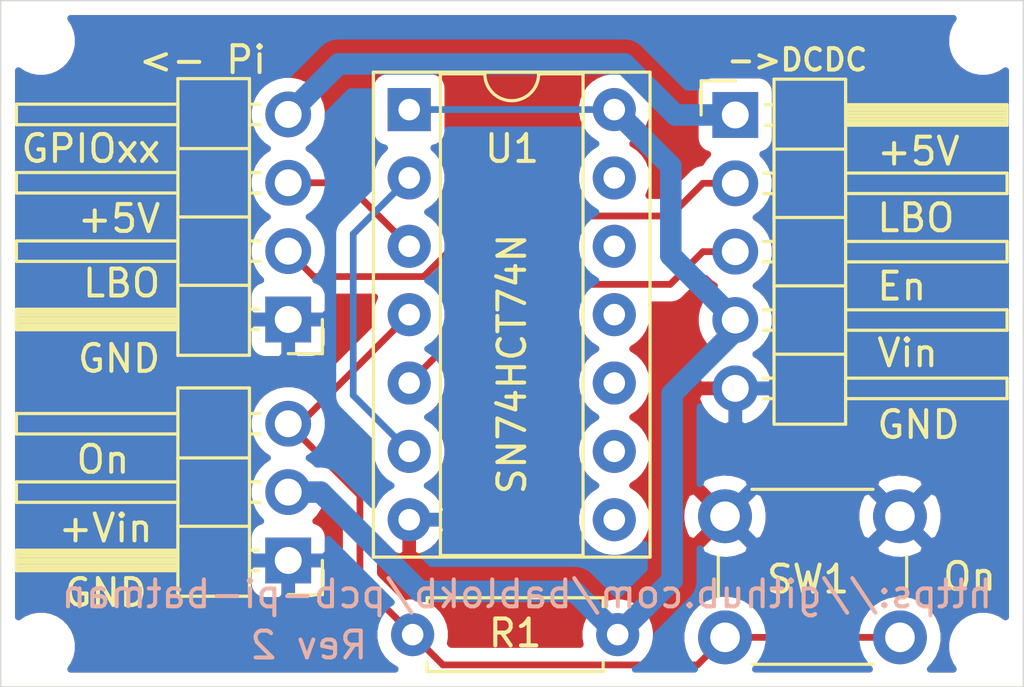
<source format=kicad_pcb>
(kicad_pcb (version 20171130) (host pcbnew 5.1.5-5.1.5)

  (general
    (thickness 1.6)
    (drawings 22)
    (tracks 46)
    (zones 0)
    (modules 10)
    (nets 15)
  )

  (page A4)
  (layers
    (0 F.Cu signal)
    (31 B.Cu signal)
    (32 B.Adhes user)
    (33 F.Adhes user)
    (34 B.Paste user)
    (35 F.Paste user)
    (36 B.SilkS user)
    (37 F.SilkS user)
    (38 B.Mask user)
    (39 F.Mask user)
    (40 Dwgs.User user)
    (41 Cmts.User user)
    (42 Eco1.User user)
    (43 Eco2.User user)
    (44 Edge.Cuts user)
    (45 Margin user)
    (46 B.CrtYd user)
    (47 F.CrtYd user)
    (48 B.Fab user)
    (49 F.Fab user)
  )

  (setup
    (last_trace_width 0.25)
    (trace_clearance 0.2)
    (zone_clearance 0.508)
    (zone_45_only no)
    (trace_min 0.2)
    (via_size 0.8)
    (via_drill 0.4)
    (via_min_size 0.4)
    (via_min_drill 0.3)
    (uvia_size 0.3)
    (uvia_drill 0.1)
    (uvias_allowed no)
    (uvia_min_size 0.2)
    (uvia_min_drill 0.1)
    (edge_width 0.05)
    (segment_width 0.2)
    (pcb_text_width 0.3)
    (pcb_text_size 1.5 1.5)
    (mod_edge_width 0.12)
    (mod_text_size 1 1)
    (mod_text_width 0.15)
    (pad_size 1.5 1.5)
    (pad_drill 1.5)
    (pad_to_mask_clearance 0.051)
    (solder_mask_min_width 0.25)
    (aux_axis_origin 0 0)
    (visible_elements FFFFEF7F)
    (pcbplotparams
      (layerselection 0x010fc_ffffffff)
      (usegerberextensions false)
      (usegerberattributes false)
      (usegerberadvancedattributes false)
      (creategerberjobfile false)
      (excludeedgelayer true)
      (linewidth 0.100000)
      (plotframeref false)
      (viasonmask false)
      (mode 1)
      (useauxorigin false)
      (hpglpennumber 1)
      (hpglpenspeed 20)
      (hpglpendiameter 15.000000)
      (psnegative false)
      (psa4output false)
      (plotreference true)
      (plotvalue true)
      (plotinvisibletext false)
      (padsonsilk false)
      (subtractmaskfromsilk false)
      (outputformat 1)
      (mirror false)
      (drillshape 1)
      (scaleselection 1)
      (outputdirectory ""))
  )

  (net 0 "")
  (net 1 GND)
  (net 2 /LBO)
  (net 3 /+5V)
  (net 4 /En)
  (net 5 /Vin)
  (net 6 "Net-(U1-Pad13)")
  (net 7 "Net-(U1-Pad2)")
  (net 8 "Net-(U1-Pad12)")
  (net 9 "Net-(U1-Pad11)")
  (net 10 "Net-(U1-Pad10)")
  (net 11 "Net-(U1-Pad9)")
  (net 12 "Net-(U1-Pad8)")
  (net 13 /GPIOxx)
  (net 14 "Net-(J3-Pad3)")

  (net_class Default "Dies ist die voreingestellte Netzklasse."
    (clearance 0.2)
    (trace_width 0.25)
    (via_dia 0.8)
    (via_drill 0.4)
    (uvia_dia 0.3)
    (uvia_drill 0.1)
    (add_net /En)
    (add_net /GPIOxx)
    (add_net /LBO)
    (add_net GND)
    (add_net "Net-(J3-Pad3)")
    (add_net "Net-(U1-Pad10)")
    (add_net "Net-(U1-Pad11)")
    (add_net "Net-(U1-Pad12)")
    (add_net "Net-(U1-Pad13)")
    (add_net "Net-(U1-Pad2)")
    (add_net "Net-(U1-Pad8)")
    (add_net "Net-(U1-Pad9)")
  )

  (net_class Power ""
    (clearance 0.2)
    (trace_width 0.8)
    (via_dia 0.8)
    (via_drill 0.4)
    (uvia_dia 0.3)
    (uvia_drill 0.1)
    (add_net /+5V)
    (add_net /Vin)
  )

  (module user:MountingHole_1.5mm (layer F.Cu) (tedit 5F6AF12D) (tstamp 5F6B6B7E)
    (at 29.5 40.5)
    (descr "Mounting Hole 1.5mm, no annular")
    (tags "mounting hole 1.5mm no annular")
    (attr virtual)
    (fp_text reference REF** (at 0 -3.2) (layer F.SilkS) hide
      (effects (font (size 1 1) (thickness 0.15)))
    )
    (fp_text value MountingHole_1.5mm (at 0 3.2) (layer F.Fab) hide
      (effects (font (size 1 1) (thickness 0.15)))
    )
    (fp_text user %R (at 0.3 0) (layer F.Fab) hide
      (effects (font (size 1 1) (thickness 0.15)))
    )
    (fp_circle (center 0 0) (end 0.8 0) (layer Cmts.User) (width 0.15))
    (fp_circle (center 0 0) (end 0.8 0) (layer F.CrtYd) (width 0.05))
    (pad "" np_thru_hole circle (at 0 0) (size 1.5 1.5) (drill 1.5) (layers *.Cu *.Mask))
  )

  (module user:MountingHole_1.5mm (layer F.Cu) (tedit 5F6AF12D) (tstamp 5F6B6B7E)
    (at 64.5 40.5)
    (descr "Mounting Hole 1.5mm, no annular")
    (tags "mounting hole 1.5mm no annular")
    (attr virtual)
    (fp_text reference REF** (at 0 -3.2) (layer F.SilkS) hide
      (effects (font (size 1 1) (thickness 0.15)))
    )
    (fp_text value MountingHole_1.5mm (at 0 3.2) (layer F.Fab) hide
      (effects (font (size 1 1) (thickness 0.15)))
    )
    (fp_text user %R (at 0.3 0) (layer F.Fab) hide
      (effects (font (size 1 1) (thickness 0.15)))
    )
    (fp_circle (center 0 0) (end 0.8 0) (layer Cmts.User) (width 0.15))
    (fp_circle (center 0 0) (end 0.8 0) (layer F.CrtYd) (width 0.05))
    (pad "" np_thru_hole circle (at 0 0) (size 1.5 1.5) (drill 1.5) (layers *.Cu *.Mask))
  )

  (module user:MountingHole_1.5mm (layer F.Cu) (tedit 5F6AF12D) (tstamp 5F6B6B7E)
    (at 64.5 18)
    (descr "Mounting Hole 1.5mm, no annular")
    (tags "mounting hole 1.5mm no annular")
    (attr virtual)
    (fp_text reference REF** (at 0 -3.2) (layer F.SilkS) hide
      (effects (font (size 1 1) (thickness 0.15)))
    )
    (fp_text value MountingHole_1.5mm (at 0 3.2) (layer F.Fab) hide
      (effects (font (size 1 1) (thickness 0.15)))
    )
    (fp_text user %R (at 0.3 0) (layer F.Fab) hide
      (effects (font (size 1 1) (thickness 0.15)))
    )
    (fp_circle (center 0 0) (end 0.8 0) (layer Cmts.User) (width 0.15))
    (fp_circle (center 0 0) (end 0.8 0) (layer F.CrtYd) (width 0.05))
    (pad "" np_thru_hole circle (at 0 0) (size 1.5 1.5) (drill 1.5) (layers *.Cu *.Mask))
  )

  (module user:MountingHole_1.5mm (layer F.Cu) (tedit 5F6AF12D) (tstamp 5F6B66F6)
    (at 29.5 18)
    (descr "Mounting Hole 1.5mm, no annular")
    (tags "mounting hole 1.5mm no annular")
    (attr virtual)
    (fp_text reference REF** (at 0 -3.2) (layer F.SilkS) hide
      (effects (font (size 1 1) (thickness 0.15)))
    )
    (fp_text value MountingHole_1.5mm (at 0 3.2) (layer F.Fab) hide
      (effects (font (size 1 1) (thickness 0.15)))
    )
    (fp_circle (center 0 0) (end 0.8 0) (layer F.CrtYd) (width 0.05))
    (fp_circle (center 0 0) (end 0.8 0) (layer Cmts.User) (width 0.15))
    (fp_text user %R (at 0.3 0) (layer F.Fab) hide
      (effects (font (size 1 1) (thickness 0.15)))
    )
    (pad "" np_thru_hole circle (at 0 0) (size 1.5 1.5) (drill 1.5) (layers *.Cu *.Mask))
  )

  (module Connector_PinHeader_2.54mm:PinHeader_1x03_P2.54mm_Horizontal (layer F.Cu) (tedit 59FED5CB) (tstamp 5F6A7F39)
    (at 38.6842 37.3 180)
    (descr "Through hole angled pin header, 1x03, 2.54mm pitch, 6mm pin length, single row")
    (tags "Through hole angled pin header THT 1x03 2.54mm single row")
    (path /5F6A3547)
    (fp_text reference J3 (at 4.385 -2.27) (layer F.SilkS) hide
      (effects (font (size 1 1) (thickness 0.15)))
    )
    (fp_text value Conn_Ext (at 4.385 7.35) (layer F.Fab) hide
      (effects (font (size 1 1) (thickness 0.15)))
    )
    (fp_text user %R (at 2.77 2.54 90) (layer F.Fab) hide
      (effects (font (size 1 1) (thickness 0.15)))
    )
    (fp_line (start 10.55 -1.8) (end -1.8 -1.8) (layer F.CrtYd) (width 0.05))
    (fp_line (start 10.55 6.85) (end 10.55 -1.8) (layer F.CrtYd) (width 0.05))
    (fp_line (start -1.8 6.85) (end 10.55 6.85) (layer F.CrtYd) (width 0.05))
    (fp_line (start -1.8 -1.8) (end -1.8 6.85) (layer F.CrtYd) (width 0.05))
    (fp_line (start -1.27 -1.27) (end 0 -1.27) (layer F.SilkS) (width 0.12))
    (fp_line (start -1.27 0) (end -1.27 -1.27) (layer F.SilkS) (width 0.12))
    (fp_line (start 1.042929 5.46) (end 1.44 5.46) (layer F.SilkS) (width 0.12))
    (fp_line (start 1.042929 4.7) (end 1.44 4.7) (layer F.SilkS) (width 0.12))
    (fp_line (start 10.1 5.46) (end 4.1 5.46) (layer F.SilkS) (width 0.12))
    (fp_line (start 10.1 4.7) (end 10.1 5.46) (layer F.SilkS) (width 0.12))
    (fp_line (start 4.1 4.7) (end 10.1 4.7) (layer F.SilkS) (width 0.12))
    (fp_line (start 1.44 3.81) (end 4.1 3.81) (layer F.SilkS) (width 0.12))
    (fp_line (start 1.042929 2.92) (end 1.44 2.92) (layer F.SilkS) (width 0.12))
    (fp_line (start 1.042929 2.16) (end 1.44 2.16) (layer F.SilkS) (width 0.12))
    (fp_line (start 10.1 2.92) (end 4.1 2.92) (layer F.SilkS) (width 0.12))
    (fp_line (start 10.1 2.16) (end 10.1 2.92) (layer F.SilkS) (width 0.12))
    (fp_line (start 4.1 2.16) (end 10.1 2.16) (layer F.SilkS) (width 0.12))
    (fp_line (start 1.44 1.27) (end 4.1 1.27) (layer F.SilkS) (width 0.12))
    (fp_line (start 1.11 0.38) (end 1.44 0.38) (layer F.SilkS) (width 0.12))
    (fp_line (start 1.11 -0.38) (end 1.44 -0.38) (layer F.SilkS) (width 0.12))
    (fp_line (start 4.1 0.28) (end 10.1 0.28) (layer F.SilkS) (width 0.12))
    (fp_line (start 4.1 0.16) (end 10.1 0.16) (layer F.SilkS) (width 0.12))
    (fp_line (start 4.1 0.04) (end 10.1 0.04) (layer F.SilkS) (width 0.12))
    (fp_line (start 4.1 -0.08) (end 10.1 -0.08) (layer F.SilkS) (width 0.12))
    (fp_line (start 4.1 -0.2) (end 10.1 -0.2) (layer F.SilkS) (width 0.12))
    (fp_line (start 4.1 -0.32) (end 10.1 -0.32) (layer F.SilkS) (width 0.12))
    (fp_line (start 10.1 0.38) (end 4.1 0.38) (layer F.SilkS) (width 0.12))
    (fp_line (start 10.1 -0.38) (end 10.1 0.38) (layer F.SilkS) (width 0.12))
    (fp_line (start 4.1 -0.38) (end 10.1 -0.38) (layer F.SilkS) (width 0.12))
    (fp_line (start 4.1 -1.33) (end 1.44 -1.33) (layer F.SilkS) (width 0.12))
    (fp_line (start 4.1 6.41) (end 4.1 -1.33) (layer F.SilkS) (width 0.12))
    (fp_line (start 1.44 6.41) (end 4.1 6.41) (layer F.SilkS) (width 0.12))
    (fp_line (start 1.44 -1.33) (end 1.44 6.41) (layer F.SilkS) (width 0.12))
    (fp_line (start 4.04 5.4) (end 10.04 5.4) (layer F.Fab) (width 0.1))
    (fp_line (start 10.04 4.76) (end 10.04 5.4) (layer F.Fab) (width 0.1))
    (fp_line (start 4.04 4.76) (end 10.04 4.76) (layer F.Fab) (width 0.1))
    (fp_line (start -0.32 5.4) (end 1.5 5.4) (layer F.Fab) (width 0.1))
    (fp_line (start -0.32 4.76) (end -0.32 5.4) (layer F.Fab) (width 0.1))
    (fp_line (start -0.32 4.76) (end 1.5 4.76) (layer F.Fab) (width 0.1))
    (fp_line (start 4.04 2.86) (end 10.04 2.86) (layer F.Fab) (width 0.1))
    (fp_line (start 10.04 2.22) (end 10.04 2.86) (layer F.Fab) (width 0.1))
    (fp_line (start 4.04 2.22) (end 10.04 2.22) (layer F.Fab) (width 0.1))
    (fp_line (start -0.32 2.86) (end 1.5 2.86) (layer F.Fab) (width 0.1))
    (fp_line (start -0.32 2.22) (end -0.32 2.86) (layer F.Fab) (width 0.1))
    (fp_line (start -0.32 2.22) (end 1.5 2.22) (layer F.Fab) (width 0.1))
    (fp_line (start 4.04 0.32) (end 10.04 0.32) (layer F.Fab) (width 0.1))
    (fp_line (start 10.04 -0.32) (end 10.04 0.32) (layer F.Fab) (width 0.1))
    (fp_line (start 4.04 -0.32) (end 10.04 -0.32) (layer F.Fab) (width 0.1))
    (fp_line (start -0.32 0.32) (end 1.5 0.32) (layer F.Fab) (width 0.1))
    (fp_line (start -0.32 -0.32) (end -0.32 0.32) (layer F.Fab) (width 0.1))
    (fp_line (start -0.32 -0.32) (end 1.5 -0.32) (layer F.Fab) (width 0.1))
    (fp_line (start 1.5 -0.635) (end 2.135 -1.27) (layer F.Fab) (width 0.1))
    (fp_line (start 1.5 6.35) (end 1.5 -0.635) (layer F.Fab) (width 0.1))
    (fp_line (start 4.04 6.35) (end 1.5 6.35) (layer F.Fab) (width 0.1))
    (fp_line (start 4.04 -1.27) (end 4.04 6.35) (layer F.Fab) (width 0.1))
    (fp_line (start 2.135 -1.27) (end 4.04 -1.27) (layer F.Fab) (width 0.1))
    (pad 3 thru_hole oval (at 0 5.08 180) (size 1.7 1.7) (drill 1) (layers *.Cu *.Mask)
      (net 14 "Net-(J3-Pad3)"))
    (pad 2 thru_hole oval (at 0 2.54 180) (size 1.7 1.7) (drill 1) (layers *.Cu *.Mask)
      (net 5 /Vin))
    (pad 1 thru_hole rect (at 0 0 180) (size 1.7 1.7) (drill 1) (layers *.Cu *.Mask)
      (net 1 GND))
    (model ${KISYS3DMOD}/Connector_PinHeader_2.54mm.3dshapes/PinHeader_1x03_P2.54mm_Horizontal.wrl
      (at (xyz 0 0 0))
      (scale (xyz 1 1 1))
      (rotate (xyz 0 0 0))
    )
  )

  (module Button_Switch_THT:SW_PUSH_6mm_H9.5mm (layer F.Cu) (tedit 5A02FE31) (tstamp 5F6A7F6F)
    (at 54.9148 35.6574)
    (descr "tactile push button, 6x6mm e.g. PHAP33xx series, height=9.5mm")
    (tags "tact sw push 6mm")
    (path /5F54A71C)
    (fp_text reference SW1 (at 3.0852 2.3426) (layer F.SilkS)
      (effects (font (size 1 1) (thickness 0.15)))
    )
    (fp_text value SW_Push (at 3.75 6.7) (layer F.Fab) hide
      (effects (font (size 1 1) (thickness 0.15)))
    )
    (fp_circle (center 3.25 2.25) (end 1.25 2.5) (layer F.Fab) (width 0.1))
    (fp_line (start 6.75 3) (end 6.75 1.5) (layer F.SilkS) (width 0.12))
    (fp_line (start 5.5 -1) (end 1 -1) (layer F.SilkS) (width 0.12))
    (fp_line (start -0.25 1.5) (end -0.25 3) (layer F.SilkS) (width 0.12))
    (fp_line (start 1 5.5) (end 5.5 5.5) (layer F.SilkS) (width 0.12))
    (fp_line (start 8 -1.25) (end 8 5.75) (layer F.CrtYd) (width 0.05))
    (fp_line (start 7.75 6) (end -1.25 6) (layer F.CrtYd) (width 0.05))
    (fp_line (start -1.5 5.75) (end -1.5 -1.25) (layer F.CrtYd) (width 0.05))
    (fp_line (start -1.25 -1.5) (end 7.75 -1.5) (layer F.CrtYd) (width 0.05))
    (fp_line (start -1.5 6) (end -1.25 6) (layer F.CrtYd) (width 0.05))
    (fp_line (start -1.5 5.75) (end -1.5 6) (layer F.CrtYd) (width 0.05))
    (fp_line (start -1.5 -1.5) (end -1.25 -1.5) (layer F.CrtYd) (width 0.05))
    (fp_line (start -1.5 -1.25) (end -1.5 -1.5) (layer F.CrtYd) (width 0.05))
    (fp_line (start 8 -1.5) (end 8 -1.25) (layer F.CrtYd) (width 0.05))
    (fp_line (start 7.75 -1.5) (end 8 -1.5) (layer F.CrtYd) (width 0.05))
    (fp_line (start 8 6) (end 8 5.75) (layer F.CrtYd) (width 0.05))
    (fp_line (start 7.75 6) (end 8 6) (layer F.CrtYd) (width 0.05))
    (fp_line (start 0.25 -0.75) (end 3.25 -0.75) (layer F.Fab) (width 0.1))
    (fp_line (start 0.25 5.25) (end 0.25 -0.75) (layer F.Fab) (width 0.1))
    (fp_line (start 6.25 5.25) (end 0.25 5.25) (layer F.Fab) (width 0.1))
    (fp_line (start 6.25 -0.75) (end 6.25 5.25) (layer F.Fab) (width 0.1))
    (fp_line (start 3.25 -0.75) (end 6.25 -0.75) (layer F.Fab) (width 0.1))
    (fp_text user %R (at 3.25 2.25) (layer F.Fab) hide
      (effects (font (size 1 1) (thickness 0.15)))
    )
    (pad 1 thru_hole circle (at 6.5 0 90) (size 2 2) (drill 1.1) (layers *.Cu *.Mask)
      (net 1 GND))
    (pad 2 thru_hole circle (at 6.5 4.5 90) (size 2 2) (drill 1.1) (layers *.Cu *.Mask)
      (net 14 "Net-(J3-Pad3)"))
    (pad 1 thru_hole circle (at 0 0 90) (size 2 2) (drill 1.1) (layers *.Cu *.Mask)
      (net 1 GND))
    (pad 2 thru_hole circle (at 0 4.5 90) (size 2 2) (drill 1.1) (layers *.Cu *.Mask)
      (net 14 "Net-(J3-Pad3)"))
    (model ${KISYS3DMOD}/Button_Switch_THT.3dshapes/SW_PUSH_6mm_H9.5mm.wrl
      (at (xyz 0 0 0))
      (scale (xyz 1 1 1))
      (rotate (xyz 0 0 0))
    )
  )

  (module Package_DIP:DIP-14_W7.62mm_Socket (layer F.Cu) (tedit 5A02E8C5) (tstamp 5F6A7F99)
    (at 43.18 20.5464)
    (descr "14-lead though-hole mounted DIP package, row spacing 7.62 mm (300 mils), Socket")
    (tags "THT DIP DIL PDIP 2.54mm 7.62mm 300mil Socket")
    (path /5F65EDBD)
    (fp_text reference U1 (at 3.82 1.4536) (layer F.SilkS)
      (effects (font (size 1 1) (thickness 0.15)))
    )
    (fp_text value 74HCT74 (at 3.81 17.57) (layer F.Fab) hide
      (effects (font (size 1 1) (thickness 0.15)))
    )
    (fp_text user %R (at 3.81 7.62) (layer F.Fab) hide
      (effects (font (size 1 1) (thickness 0.15)))
    )
    (fp_line (start 9.15 -1.6) (end -1.55 -1.6) (layer F.CrtYd) (width 0.05))
    (fp_line (start 9.15 16.85) (end 9.15 -1.6) (layer F.CrtYd) (width 0.05))
    (fp_line (start -1.55 16.85) (end 9.15 16.85) (layer F.CrtYd) (width 0.05))
    (fp_line (start -1.55 -1.6) (end -1.55 16.85) (layer F.CrtYd) (width 0.05))
    (fp_line (start 8.95 -1.39) (end -1.33 -1.39) (layer F.SilkS) (width 0.12))
    (fp_line (start 8.95 16.63) (end 8.95 -1.39) (layer F.SilkS) (width 0.12))
    (fp_line (start -1.33 16.63) (end 8.95 16.63) (layer F.SilkS) (width 0.12))
    (fp_line (start -1.33 -1.39) (end -1.33 16.63) (layer F.SilkS) (width 0.12))
    (fp_line (start 6.46 -1.33) (end 4.81 -1.33) (layer F.SilkS) (width 0.12))
    (fp_line (start 6.46 16.57) (end 6.46 -1.33) (layer F.SilkS) (width 0.12))
    (fp_line (start 1.16 16.57) (end 6.46 16.57) (layer F.SilkS) (width 0.12))
    (fp_line (start 1.16 -1.33) (end 1.16 16.57) (layer F.SilkS) (width 0.12))
    (fp_line (start 2.81 -1.33) (end 1.16 -1.33) (layer F.SilkS) (width 0.12))
    (fp_line (start 8.89 -1.33) (end -1.27 -1.33) (layer F.Fab) (width 0.1))
    (fp_line (start 8.89 16.57) (end 8.89 -1.33) (layer F.Fab) (width 0.1))
    (fp_line (start -1.27 16.57) (end 8.89 16.57) (layer F.Fab) (width 0.1))
    (fp_line (start -1.27 -1.33) (end -1.27 16.57) (layer F.Fab) (width 0.1))
    (fp_line (start 0.635 -0.27) (end 1.635 -1.27) (layer F.Fab) (width 0.1))
    (fp_line (start 0.635 16.51) (end 0.635 -0.27) (layer F.Fab) (width 0.1))
    (fp_line (start 6.985 16.51) (end 0.635 16.51) (layer F.Fab) (width 0.1))
    (fp_line (start 6.985 -1.27) (end 6.985 16.51) (layer F.Fab) (width 0.1))
    (fp_line (start 1.635 -1.27) (end 6.985 -1.27) (layer F.Fab) (width 0.1))
    (fp_arc (start 3.81 -1.33) (end 2.81 -1.33) (angle -180) (layer F.SilkS) (width 0.12))
    (pad 14 thru_hole oval (at 7.62 0) (size 1.6 1.6) (drill 0.8) (layers *.Cu *.Mask)
      (net 5 /Vin))
    (pad 7 thru_hole oval (at 0 15.24) (size 1.6 1.6) (drill 0.8) (layers *.Cu *.Mask)
      (net 1 GND))
    (pad 13 thru_hole oval (at 7.62 2.54) (size 1.6 1.6) (drill 0.8) (layers *.Cu *.Mask)
      (net 6 "Net-(U1-Pad13)"))
    (pad 6 thru_hole oval (at 0 12.7) (size 1.6 1.6) (drill 0.8) (layers *.Cu *.Mask)
      (net 7 "Net-(U1-Pad2)"))
    (pad 12 thru_hole oval (at 7.62 5.08) (size 1.6 1.6) (drill 0.8) (layers *.Cu *.Mask)
      (net 8 "Net-(U1-Pad12)"))
    (pad 5 thru_hole oval (at 0 10.16) (size 1.6 1.6) (drill 0.8) (layers *.Cu *.Mask)
      (net 4 /En))
    (pad 11 thru_hole oval (at 7.62 7.62) (size 1.6 1.6) (drill 0.8) (layers *.Cu *.Mask)
      (net 9 "Net-(U1-Pad11)"))
    (pad 4 thru_hole oval (at 0 7.62) (size 1.6 1.6) (drill 0.8) (layers *.Cu *.Mask)
      (net 14 "Net-(J3-Pad3)"))
    (pad 10 thru_hole oval (at 7.62 10.16) (size 1.6 1.6) (drill 0.8) (layers *.Cu *.Mask)
      (net 10 "Net-(U1-Pad10)"))
    (pad 3 thru_hole oval (at 0 5.08) (size 1.6 1.6) (drill 0.8) (layers *.Cu *.Mask)
      (net 13 /GPIOxx))
    (pad 9 thru_hole oval (at 7.62 12.7) (size 1.6 1.6) (drill 0.8) (layers *.Cu *.Mask)
      (net 11 "Net-(U1-Pad9)"))
    (pad 2 thru_hole oval (at 0 2.54) (size 1.6 1.6) (drill 0.8) (layers *.Cu *.Mask)
      (net 7 "Net-(U1-Pad2)"))
    (pad 8 thru_hole oval (at 7.62 15.24) (size 1.6 1.6) (drill 0.8) (layers *.Cu *.Mask)
      (net 12 "Net-(U1-Pad8)"))
    (pad 1 thru_hole rect (at 0 0) (size 1.6 1.6) (drill 0.8) (layers *.Cu *.Mask)
      (net 5 /Vin))
    (model ${KISYS3DMOD}/Package_DIP.3dshapes/DIP-14_W7.62mm_Socket.wrl
      (at (xyz 0 0 0))
      (scale (xyz 1 1 1))
      (rotate (xyz 0 0 0))
    )
  )

  (module Resistor_THT:R_Axial_DIN0207_L6.3mm_D2.5mm_P7.62mm_Horizontal (layer F.Cu) (tedit 5AE5139B) (tstamp 5F6A7F50)
    (at 43.307 40.0558)
    (descr "Resistor, Axial_DIN0207 series, Axial, Horizontal, pin pitch=7.62mm, 0.25W = 1/4W, length*diameter=6.3*2.5mm^2, http://cdn-reichelt.de/documents/datenblatt/B400/1_4W%23YAG.pdf")
    (tags "Resistor Axial_DIN0207 series Axial Horizontal pin pitch 7.62mm 0.25W = 1/4W length 6.3mm diameter 2.5mm")
    (path /5F54ACE6)
    (fp_text reference R1 (at 3.81 -0.0558) (layer F.SilkS)
      (effects (font (size 1 1) (thickness 0.15)))
    )
    (fp_text value 10K (at 3.81 2.37) (layer F.Fab) hide
      (effects (font (size 1 1) (thickness 0.15)))
    )
    (fp_text user %R (at 3.81 0) (layer F.Fab) hide
      (effects (font (size 1 1) (thickness 0.15)))
    )
    (fp_line (start 8.67 -1.5) (end -1.05 -1.5) (layer F.CrtYd) (width 0.05))
    (fp_line (start 8.67 1.5) (end 8.67 -1.5) (layer F.CrtYd) (width 0.05))
    (fp_line (start -1.05 1.5) (end 8.67 1.5) (layer F.CrtYd) (width 0.05))
    (fp_line (start -1.05 -1.5) (end -1.05 1.5) (layer F.CrtYd) (width 0.05))
    (fp_line (start 7.08 1.37) (end 7.08 1.04) (layer F.SilkS) (width 0.12))
    (fp_line (start 0.54 1.37) (end 7.08 1.37) (layer F.SilkS) (width 0.12))
    (fp_line (start 0.54 1.04) (end 0.54 1.37) (layer F.SilkS) (width 0.12))
    (fp_line (start 7.08 -1.37) (end 7.08 -1.04) (layer F.SilkS) (width 0.12))
    (fp_line (start 0.54 -1.37) (end 7.08 -1.37) (layer F.SilkS) (width 0.12))
    (fp_line (start 0.54 -1.04) (end 0.54 -1.37) (layer F.SilkS) (width 0.12))
    (fp_line (start 7.62 0) (end 6.96 0) (layer F.Fab) (width 0.1))
    (fp_line (start 0 0) (end 0.66 0) (layer F.Fab) (width 0.1))
    (fp_line (start 6.96 -1.25) (end 0.66 -1.25) (layer F.Fab) (width 0.1))
    (fp_line (start 6.96 1.25) (end 6.96 -1.25) (layer F.Fab) (width 0.1))
    (fp_line (start 0.66 1.25) (end 6.96 1.25) (layer F.Fab) (width 0.1))
    (fp_line (start 0.66 -1.25) (end 0.66 1.25) (layer F.Fab) (width 0.1))
    (pad 2 thru_hole oval (at 7.62 0) (size 1.6 1.6) (drill 0.8) (layers *.Cu *.Mask)
      (net 5 /Vin))
    (pad 1 thru_hole circle (at 0 0) (size 1.6 1.6) (drill 0.8) (layers *.Cu *.Mask)
      (net 14 "Net-(J3-Pad3)"))
    (model ${KISYS3DMOD}/Resistor_THT.3dshapes/R_Axial_DIN0207_L6.3mm_D2.5mm_P7.62mm_Horizontal.wrl
      (at (xyz 0 0 0))
      (scale (xyz 1 1 1))
      (rotate (xyz 0 0 0))
    )
  )

  (module Connector_PinHeader_2.54mm:PinHeader_1x05_P2.54mm_Horizontal (layer F.Cu) (tedit 59FED5CB) (tstamp 5F6A7F06)
    (at 55.2958 20.7464)
    (descr "Through hole angled pin header, 1x05, 2.54mm pitch, 6mm pin length, single row")
    (tags "Through hole angled pin header THT 1x05 2.54mm single row")
    (path /5F54C963)
    (fp_text reference J2 (at 4.385 -2.27) (layer F.SilkS) hide
      (effects (font (size 1 1) (thickness 0.15)))
    )
    (fp_text value Conn_DCDC (at 4.385 12.43) (layer F.Fab) hide
      (effects (font (size 1 1) (thickness 0.15)))
    )
    (fp_text user %R (at 2.77 5.08 90) (layer F.Fab) hide
      (effects (font (size 1 1) (thickness 0.15)))
    )
    (fp_line (start 10.55 -1.8) (end -1.8 -1.8) (layer F.CrtYd) (width 0.05))
    (fp_line (start 10.55 11.95) (end 10.55 -1.8) (layer F.CrtYd) (width 0.05))
    (fp_line (start -1.8 11.95) (end 10.55 11.95) (layer F.CrtYd) (width 0.05))
    (fp_line (start -1.8 -1.8) (end -1.8 11.95) (layer F.CrtYd) (width 0.05))
    (fp_line (start -1.27 -1.27) (end 0 -1.27) (layer F.SilkS) (width 0.12))
    (fp_line (start -1.27 0) (end -1.27 -1.27) (layer F.SilkS) (width 0.12))
    (fp_line (start 1.042929 10.54) (end 1.44 10.54) (layer F.SilkS) (width 0.12))
    (fp_line (start 1.042929 9.78) (end 1.44 9.78) (layer F.SilkS) (width 0.12))
    (fp_line (start 10.1 10.54) (end 4.1 10.54) (layer F.SilkS) (width 0.12))
    (fp_line (start 10.1 9.78) (end 10.1 10.54) (layer F.SilkS) (width 0.12))
    (fp_line (start 4.1 9.78) (end 10.1 9.78) (layer F.SilkS) (width 0.12))
    (fp_line (start 1.44 8.89) (end 4.1 8.89) (layer F.SilkS) (width 0.12))
    (fp_line (start 1.042929 8) (end 1.44 8) (layer F.SilkS) (width 0.12))
    (fp_line (start 1.042929 7.24) (end 1.44 7.24) (layer F.SilkS) (width 0.12))
    (fp_line (start 10.1 8) (end 4.1 8) (layer F.SilkS) (width 0.12))
    (fp_line (start 10.1 7.24) (end 10.1 8) (layer F.SilkS) (width 0.12))
    (fp_line (start 4.1 7.24) (end 10.1 7.24) (layer F.SilkS) (width 0.12))
    (fp_line (start 1.44 6.35) (end 4.1 6.35) (layer F.SilkS) (width 0.12))
    (fp_line (start 1.042929 5.46) (end 1.44 5.46) (layer F.SilkS) (width 0.12))
    (fp_line (start 1.042929 4.7) (end 1.44 4.7) (layer F.SilkS) (width 0.12))
    (fp_line (start 10.1 5.46) (end 4.1 5.46) (layer F.SilkS) (width 0.12))
    (fp_line (start 10.1 4.7) (end 10.1 5.46) (layer F.SilkS) (width 0.12))
    (fp_line (start 4.1 4.7) (end 10.1 4.7) (layer F.SilkS) (width 0.12))
    (fp_line (start 1.44 3.81) (end 4.1 3.81) (layer F.SilkS) (width 0.12))
    (fp_line (start 1.042929 2.92) (end 1.44 2.92) (layer F.SilkS) (width 0.12))
    (fp_line (start 1.042929 2.16) (end 1.44 2.16) (layer F.SilkS) (width 0.12))
    (fp_line (start 10.1 2.92) (end 4.1 2.92) (layer F.SilkS) (width 0.12))
    (fp_line (start 10.1 2.16) (end 10.1 2.92) (layer F.SilkS) (width 0.12))
    (fp_line (start 4.1 2.16) (end 10.1 2.16) (layer F.SilkS) (width 0.12))
    (fp_line (start 1.44 1.27) (end 4.1 1.27) (layer F.SilkS) (width 0.12))
    (fp_line (start 1.11 0.38) (end 1.44 0.38) (layer F.SilkS) (width 0.12))
    (fp_line (start 1.11 -0.38) (end 1.44 -0.38) (layer F.SilkS) (width 0.12))
    (fp_line (start 4.1 0.28) (end 10.1 0.28) (layer F.SilkS) (width 0.12))
    (fp_line (start 4.1 0.16) (end 10.1 0.16) (layer F.SilkS) (width 0.12))
    (fp_line (start 4.1 0.04) (end 10.1 0.04) (layer F.SilkS) (width 0.12))
    (fp_line (start 4.1 -0.08) (end 10.1 -0.08) (layer F.SilkS) (width 0.12))
    (fp_line (start 4.1 -0.2) (end 10.1 -0.2) (layer F.SilkS) (width 0.12))
    (fp_line (start 4.1 -0.32) (end 10.1 -0.32) (layer F.SilkS) (width 0.12))
    (fp_line (start 10.1 0.38) (end 4.1 0.38) (layer F.SilkS) (width 0.12))
    (fp_line (start 10.1 -0.38) (end 10.1 0.38) (layer F.SilkS) (width 0.12))
    (fp_line (start 4.1 -0.38) (end 10.1 -0.38) (layer F.SilkS) (width 0.12))
    (fp_line (start 4.1 -1.33) (end 1.44 -1.33) (layer F.SilkS) (width 0.12))
    (fp_line (start 4.1 11.49) (end 4.1 -1.33) (layer F.SilkS) (width 0.12))
    (fp_line (start 1.44 11.49) (end 4.1 11.49) (layer F.SilkS) (width 0.12))
    (fp_line (start 1.44 -1.33) (end 1.44 11.49) (layer F.SilkS) (width 0.12))
    (fp_line (start 4.04 10.48) (end 10.04 10.48) (layer F.Fab) (width 0.1))
    (fp_line (start 10.04 9.84) (end 10.04 10.48) (layer F.Fab) (width 0.1))
    (fp_line (start 4.04 9.84) (end 10.04 9.84) (layer F.Fab) (width 0.1))
    (fp_line (start -0.32 10.48) (end 1.5 10.48) (layer F.Fab) (width 0.1))
    (fp_line (start -0.32 9.84) (end -0.32 10.48) (layer F.Fab) (width 0.1))
    (fp_line (start -0.32 9.84) (end 1.5 9.84) (layer F.Fab) (width 0.1))
    (fp_line (start 4.04 7.94) (end 10.04 7.94) (layer F.Fab) (width 0.1))
    (fp_line (start 10.04 7.3) (end 10.04 7.94) (layer F.Fab) (width 0.1))
    (fp_line (start 4.04 7.3) (end 10.04 7.3) (layer F.Fab) (width 0.1))
    (fp_line (start -0.32 7.94) (end 1.5 7.94) (layer F.Fab) (width 0.1))
    (fp_line (start -0.32 7.3) (end -0.32 7.94) (layer F.Fab) (width 0.1))
    (fp_line (start -0.32 7.3) (end 1.5 7.3) (layer F.Fab) (width 0.1))
    (fp_line (start 4.04 5.4) (end 10.04 5.4) (layer F.Fab) (width 0.1))
    (fp_line (start 10.04 4.76) (end 10.04 5.4) (layer F.Fab) (width 0.1))
    (fp_line (start 4.04 4.76) (end 10.04 4.76) (layer F.Fab) (width 0.1))
    (fp_line (start -0.32 5.4) (end 1.5 5.4) (layer F.Fab) (width 0.1))
    (fp_line (start -0.32 4.76) (end -0.32 5.4) (layer F.Fab) (width 0.1))
    (fp_line (start -0.32 4.76) (end 1.5 4.76) (layer F.Fab) (width 0.1))
    (fp_line (start 4.04 2.86) (end 10.04 2.86) (layer F.Fab) (width 0.1))
    (fp_line (start 10.04 2.22) (end 10.04 2.86) (layer F.Fab) (width 0.1))
    (fp_line (start 4.04 2.22) (end 10.04 2.22) (layer F.Fab) (width 0.1))
    (fp_line (start -0.32 2.86) (end 1.5 2.86) (layer F.Fab) (width 0.1))
    (fp_line (start -0.32 2.22) (end -0.32 2.86) (layer F.Fab) (width 0.1))
    (fp_line (start -0.32 2.22) (end 1.5 2.22) (layer F.Fab) (width 0.1))
    (fp_line (start 4.04 0.32) (end 10.04 0.32) (layer F.Fab) (width 0.1))
    (fp_line (start 10.04 -0.32) (end 10.04 0.32) (layer F.Fab) (width 0.1))
    (fp_line (start 4.04 -0.32) (end 10.04 -0.32) (layer F.Fab) (width 0.1))
    (fp_line (start -0.32 0.32) (end 1.5 0.32) (layer F.Fab) (width 0.1))
    (fp_line (start -0.32 -0.32) (end -0.32 0.32) (layer F.Fab) (width 0.1))
    (fp_line (start -0.32 -0.32) (end 1.5 -0.32) (layer F.Fab) (width 0.1))
    (fp_line (start 1.5 -0.635) (end 2.135 -1.27) (layer F.Fab) (width 0.1))
    (fp_line (start 1.5 11.43) (end 1.5 -0.635) (layer F.Fab) (width 0.1))
    (fp_line (start 4.04 11.43) (end 1.5 11.43) (layer F.Fab) (width 0.1))
    (fp_line (start 4.04 -1.27) (end 4.04 11.43) (layer F.Fab) (width 0.1))
    (fp_line (start 2.135 -1.27) (end 4.04 -1.27) (layer F.Fab) (width 0.1))
    (pad 5 thru_hole oval (at 0 10.16) (size 1.7 1.7) (drill 1) (layers *.Cu *.Mask)
      (net 1 GND))
    (pad 4 thru_hole oval (at 0 7.62) (size 1.7 1.7) (drill 1) (layers *.Cu *.Mask)
      (net 5 /Vin))
    (pad 3 thru_hole oval (at 0 5.08) (size 1.7 1.7) (drill 1) (layers *.Cu *.Mask)
      (net 4 /En))
    (pad 2 thru_hole oval (at 0 2.54) (size 1.7 1.7) (drill 1) (layers *.Cu *.Mask)
      (net 2 /LBO))
    (pad 1 thru_hole rect (at 0 0) (size 1.7 1.7) (drill 1) (layers *.Cu *.Mask)
      (net 3 /+5V))
    (model ${KISYS3DMOD}/Connector_PinHeader_2.54mm.3dshapes/PinHeader_1x05_P2.54mm_Horizontal.wrl
      (at (xyz 0 0 0))
      (scale (xyz 1 1 1))
      (rotate (xyz 0 0 0))
    )
  )

  (module Connector_PinHeader_2.54mm:PinHeader_1x04_P2.54mm_Horizontal (layer F.Cu) (tedit 59FED5CB) (tstamp 5F6A7EAC)
    (at 38.6842 28.3464 180)
    (descr "Through hole angled pin header, 1x04, 2.54mm pitch, 6mm pin length, single row")
    (tags "Through hole angled pin header THT 1x04 2.54mm single row")
    (path /5F54A0B2)
    (fp_text reference J1 (at 4.385 -2.27) (layer F.SilkS) hide
      (effects (font (size 1 1) (thickness 0.15)))
    )
    (fp_text value Conn_Pi (at 4.385 9.89) (layer F.Fab) hide
      (effects (font (size 1 1) (thickness 0.15)))
    )
    (fp_text user %R (at 2.77 3.81 90) (layer F.Fab) hide
      (effects (font (size 1 1) (thickness 0.15)))
    )
    (fp_line (start 10.55 -1.8) (end -1.8 -1.8) (layer F.CrtYd) (width 0.05))
    (fp_line (start 10.55 9.4) (end 10.55 -1.8) (layer F.CrtYd) (width 0.05))
    (fp_line (start -1.8 9.4) (end 10.55 9.4) (layer F.CrtYd) (width 0.05))
    (fp_line (start -1.8 -1.8) (end -1.8 9.4) (layer F.CrtYd) (width 0.05))
    (fp_line (start -1.27 -1.27) (end 0 -1.27) (layer F.SilkS) (width 0.12))
    (fp_line (start -1.27 0) (end -1.27 -1.27) (layer F.SilkS) (width 0.12))
    (fp_line (start 1.042929 8) (end 1.44 8) (layer F.SilkS) (width 0.12))
    (fp_line (start 1.042929 7.24) (end 1.44 7.24) (layer F.SilkS) (width 0.12))
    (fp_line (start 10.1 8) (end 4.1 8) (layer F.SilkS) (width 0.12))
    (fp_line (start 10.1 7.24) (end 10.1 8) (layer F.SilkS) (width 0.12))
    (fp_line (start 4.1 7.24) (end 10.1 7.24) (layer F.SilkS) (width 0.12))
    (fp_line (start 1.44 6.35) (end 4.1 6.35) (layer F.SilkS) (width 0.12))
    (fp_line (start 1.042929 5.46) (end 1.44 5.46) (layer F.SilkS) (width 0.12))
    (fp_line (start 1.042929 4.7) (end 1.44 4.7) (layer F.SilkS) (width 0.12))
    (fp_line (start 10.1 5.46) (end 4.1 5.46) (layer F.SilkS) (width 0.12))
    (fp_line (start 10.1 4.7) (end 10.1 5.46) (layer F.SilkS) (width 0.12))
    (fp_line (start 4.1 4.7) (end 10.1 4.7) (layer F.SilkS) (width 0.12))
    (fp_line (start 1.44 3.81) (end 4.1 3.81) (layer F.SilkS) (width 0.12))
    (fp_line (start 1.042929 2.92) (end 1.44 2.92) (layer F.SilkS) (width 0.12))
    (fp_line (start 1.042929 2.16) (end 1.44 2.16) (layer F.SilkS) (width 0.12))
    (fp_line (start 10.1 2.92) (end 4.1 2.92) (layer F.SilkS) (width 0.12))
    (fp_line (start 10.1 2.16) (end 10.1 2.92) (layer F.SilkS) (width 0.12))
    (fp_line (start 4.1 2.16) (end 10.1 2.16) (layer F.SilkS) (width 0.12))
    (fp_line (start 1.44 1.27) (end 4.1 1.27) (layer F.SilkS) (width 0.12))
    (fp_line (start 1.11 0.38) (end 1.44 0.38) (layer F.SilkS) (width 0.12))
    (fp_line (start 1.11 -0.38) (end 1.44 -0.38) (layer F.SilkS) (width 0.12))
    (fp_line (start 4.1 0.28) (end 10.1 0.28) (layer F.SilkS) (width 0.12))
    (fp_line (start 4.1 0.16) (end 10.1 0.16) (layer F.SilkS) (width 0.12))
    (fp_line (start 4.1 0.04) (end 10.1 0.04) (layer F.SilkS) (width 0.12))
    (fp_line (start 4.1 -0.08) (end 10.1 -0.08) (layer F.SilkS) (width 0.12))
    (fp_line (start 4.1 -0.2) (end 10.1 -0.2) (layer F.SilkS) (width 0.12))
    (fp_line (start 4.1 -0.32) (end 10.1 -0.32) (layer F.SilkS) (width 0.12))
    (fp_line (start 10.1 0.38) (end 4.1 0.38) (layer F.SilkS) (width 0.12))
    (fp_line (start 10.1 -0.38) (end 10.1 0.38) (layer F.SilkS) (width 0.12))
    (fp_line (start 4.1 -0.38) (end 10.1 -0.38) (layer F.SilkS) (width 0.12))
    (fp_line (start 4.1 -1.33) (end 1.44 -1.33) (layer F.SilkS) (width 0.12))
    (fp_line (start 4.1 8.95) (end 4.1 -1.33) (layer F.SilkS) (width 0.12))
    (fp_line (start 1.44 8.95) (end 4.1 8.95) (layer F.SilkS) (width 0.12))
    (fp_line (start 1.44 -1.33) (end 1.44 8.95) (layer F.SilkS) (width 0.12))
    (fp_line (start 4.04 7.94) (end 10.04 7.94) (layer F.Fab) (width 0.1))
    (fp_line (start 10.04 7.3) (end 10.04 7.94) (layer F.Fab) (width 0.1))
    (fp_line (start 4.04 7.3) (end 10.04 7.3) (layer F.Fab) (width 0.1))
    (fp_line (start -0.32 7.94) (end 1.5 7.94) (layer F.Fab) (width 0.1))
    (fp_line (start -0.32 7.3) (end -0.32 7.94) (layer F.Fab) (width 0.1))
    (fp_line (start -0.32 7.3) (end 1.5 7.3) (layer F.Fab) (width 0.1))
    (fp_line (start 4.04 5.4) (end 10.04 5.4) (layer F.Fab) (width 0.1))
    (fp_line (start 10.04 4.76) (end 10.04 5.4) (layer F.Fab) (width 0.1))
    (fp_line (start 4.04 4.76) (end 10.04 4.76) (layer F.Fab) (width 0.1))
    (fp_line (start -0.32 5.4) (end 1.5 5.4) (layer F.Fab) (width 0.1))
    (fp_line (start -0.32 4.76) (end -0.32 5.4) (layer F.Fab) (width 0.1))
    (fp_line (start -0.32 4.76) (end 1.5 4.76) (layer F.Fab) (width 0.1))
    (fp_line (start 4.04 2.86) (end 10.04 2.86) (layer F.Fab) (width 0.1))
    (fp_line (start 10.04 2.22) (end 10.04 2.86) (layer F.Fab) (width 0.1))
    (fp_line (start 4.04 2.22) (end 10.04 2.22) (layer F.Fab) (width 0.1))
    (fp_line (start -0.32 2.86) (end 1.5 2.86) (layer F.Fab) (width 0.1))
    (fp_line (start -0.32 2.22) (end -0.32 2.86) (layer F.Fab) (width 0.1))
    (fp_line (start -0.32 2.22) (end 1.5 2.22) (layer F.Fab) (width 0.1))
    (fp_line (start 4.04 0.32) (end 10.04 0.32) (layer F.Fab) (width 0.1))
    (fp_line (start 10.04 -0.32) (end 10.04 0.32) (layer F.Fab) (width 0.1))
    (fp_line (start 4.04 -0.32) (end 10.04 -0.32) (layer F.Fab) (width 0.1))
    (fp_line (start -0.32 0.32) (end 1.5 0.32) (layer F.Fab) (width 0.1))
    (fp_line (start -0.32 -0.32) (end -0.32 0.32) (layer F.Fab) (width 0.1))
    (fp_line (start -0.32 -0.32) (end 1.5 -0.32) (layer F.Fab) (width 0.1))
    (fp_line (start 1.5 -0.635) (end 2.135 -1.27) (layer F.Fab) (width 0.1))
    (fp_line (start 1.5 8.89) (end 1.5 -0.635) (layer F.Fab) (width 0.1))
    (fp_line (start 4.04 8.89) (end 1.5 8.89) (layer F.Fab) (width 0.1))
    (fp_line (start 4.04 -1.27) (end 4.04 8.89) (layer F.Fab) (width 0.1))
    (fp_line (start 2.135 -1.27) (end 4.04 -1.27) (layer F.Fab) (width 0.1))
    (pad 4 thru_hole oval (at 0 7.62 180) (size 1.7 1.7) (drill 1) (layers *.Cu *.Mask)
      (net 3 /+5V))
    (pad 3 thru_hole oval (at 0 5.08 180) (size 1.7 1.7) (drill 1) (layers *.Cu *.Mask)
      (net 13 /GPIOxx))
    (pad 2 thru_hole oval (at 0 2.54 180) (size 1.7 1.7) (drill 1) (layers *.Cu *.Mask)
      (net 2 /LBO))
    (pad 1 thru_hole rect (at 0 0 180) (size 1.7 1.7) (drill 1) (layers *.Cu *.Mask)
      (net 1 GND))
    (model ${KISYS3DMOD}/Connector_PinHeader_2.54mm.3dshapes/PinHeader_1x04_P2.54mm_Horizontal.wrl
      (at (xyz 0 0 0))
      (scale (xyz 1 1 1))
      (rotate (xyz 0 0 0))
    )
  )

  (gr_text +Vin (at 31.9 36.1) (layer F.SilkS) (tstamp 5F6AF468)
    (effects (font (size 1 1) (thickness 0.15)))
  )
  (gr_text "<- Pi" (at 35.5 18.7) (layer F.SilkS)
    (effects (font (size 1 1) (thickness 0.15)))
  )
  (gr_text ->DCDC (at 57.6 18.7) (layer F.SilkS)
    (effects (font (size 0.8 0.8) (thickness 0.15)))
  )
  (gr_text "Rev 2" (at 39.45 40.45) (layer B.SilkS)
    (effects (font (size 1 1) (thickness 0.15)) (justify mirror))
  )
  (gr_text https://github.com/bablokb/pcb-pi-batman (at 47.55 38.55) (layer B.SilkS)
    (effects (font (size 1 1) (thickness 0.15)) (justify mirror))
  )
  (gr_text En (at 61.483953 27.1145) (layer F.SilkS)
    (effects (font (size 1 1) (thickness 0.15)))
  )
  (gr_text +5V (at 62.103 22.098) (layer F.SilkS)
    (effects (font (size 1 1) (thickness 0.15)))
  )
  (gr_text GND (at 62.103 32.258) (layer F.SilkS)
    (effects (font (size 1 1) (thickness 0.15)))
  )
  (gr_text Vin (at 61.698238 29.591) (layer F.SilkS)
    (effects (font (size 1 1) (thickness 0.15)))
  )
  (gr_text LBO (at 62.007762 24.5745) (layer F.SilkS) (tstamp 5F6AA703)
    (effects (font (size 1 1) (thickness 0.15)))
  )
  (gr_text On (at 64 37.9) (layer F.SilkS)
    (effects (font (size 1 1) (thickness 0.15)))
  )
  (gr_text On (at 31.8 33.55) (layer F.SilkS) (tstamp 5F6AF3E4)
    (effects (font (size 1 1) (thickness 0.15)))
  )
  (gr_text GND (at 31.9 38.5) (layer F.SilkS) (tstamp 5F6AA67E)
    (effects (font (size 1 1) (thickness 0.15)))
  )
  (gr_text GPIOxx (at 31.352381 22) (layer F.SilkS) (tstamp 5F6A6AF5)
    (effects (font (size 1 1) (thickness 0.15)))
  )
  (gr_text +5V (at 32.4 24.6) (layer F.SilkS) (tstamp 5F6A6AFE)
    (effects (font (size 1 1) (thickness 0.15)))
  )
  (gr_text LBO (at 32.495238 27) (layer F.SilkS) (tstamp 5F6A6AF8)
    (effects (font (size 1 1) (thickness 0.15)))
  )
  (gr_text GND (at 32.4 29.8) (layer F.SilkS) (tstamp 5F6A6AFB)
    (effects (font (size 1 1) (thickness 0.15)))
  )
  (gr_text SN74HCT74N (at 47 30 90) (layer F.SilkS)
    (effects (font (size 1 1) (thickness 0.15)))
  )
  (gr_line (start 28 42) (end 28 16.5) (layer Edge.Cuts) (width 0.05) (tstamp 5F6AA23A))
  (gr_line (start 66 42) (end 28 42) (layer Edge.Cuts) (width 0.05))
  (gr_line (start 66 16.5) (end 66 42) (layer Edge.Cuts) (width 0.05))
  (gr_line (start 28 16.5) (end 66 16.5) (layer Edge.Cuts) (width 0.05))

  (segment (start 43.720001 26.751401) (end 39.629201 26.751401) (width 0.25) (layer F.Cu) (net 2))
  (segment (start 39.534199 26.656399) (end 38.6842 25.8064) (width 0.25) (layer F.Cu) (net 2))
  (segment (start 45.970003 24.501399) (end 43.720001 26.751401) (width 0.25) (layer F.Cu) (net 2))
  (segment (start 52.87872 24.501399) (end 45.970003 24.501399) (width 0.25) (layer F.Cu) (net 2))
  (segment (start 39.629201 26.751401) (end 39.534199 26.656399) (width 0.25) (layer F.Cu) (net 2))
  (segment (start 54.093719 23.2864) (end 52.87872 24.501399) (width 0.25) (layer F.Cu) (net 2))
  (segment (start 55.2958 23.2864) (end 54.093719 23.2864) (width 0.25) (layer F.Cu) (net 2))
  (segment (start 39.534199 19.876401) (end 38.6842 20.7264) (width 0.8) (layer B.Cu) (net 3))
  (segment (start 40.5606 18.85) (end 39.534199 19.876401) (width 0.8) (layer B.Cu) (net 3))
  (segment (start 51.175602 18.85) (end 40.5606 18.85) (width 0.8) (layer B.Cu) (net 3))
  (segment (start 55.2958 20.7464) (end 53.072002 20.7464) (width 0.8) (layer B.Cu) (net 3))
  (segment (start 53.072002 20.7464) (end 51.175602 18.85) (width 0.8) (layer B.Cu) (net 3))
  (segment (start 40.82 23.2664) (end 38.6842 23.2664) (width 0.25) (layer F.Cu) (net 13))
  (segment (start 43.18 25.6264) (end 40.82 23.2664) (width 0.25) (layer F.Cu) (net 13))
  (segment (start 46.845001 27.041399) (end 43.979999 29.906401) (width 0.25) (layer F.Cu) (net 4))
  (segment (start 43.979999 29.906401) (end 43.18 30.7064) (width 0.25) (layer F.Cu) (net 4))
  (segment (start 52.87872 27.041399) (end 46.845001 27.041399) (width 0.25) (layer F.Cu) (net 4))
  (segment (start 54.093719 25.8264) (end 52.87872 27.041399) (width 0.25) (layer F.Cu) (net 4))
  (segment (start 55.2958 25.8264) (end 54.093719 25.8264) (width 0.25) (layer F.Cu) (net 4))
  (segment (start 50.8 20.5464) (end 43.18 20.5464) (width 0.25) (layer B.Cu) (net 5))
  (segment (start 51.599999 21.346399) (end 50.8 20.5464) (width 0.8) (layer B.Cu) (net 5))
  (segment (start 52.9 22.6464) (end 51.599999 21.346399) (width 0.8) (layer B.Cu) (net 5))
  (segment (start 55.2958 28.3664) (end 52.9 25.9706) (width 0.8) (layer B.Cu) (net 5))
  (segment (start 52.9 25.9706) (end 52.9 22.6464) (width 0.8) (layer B.Cu) (net 5))
  (segment (start 51.726999 39.255801) (end 50.927 40.0558) (width 0.8) (layer B.Cu) (net 5))
  (segment (start 52.95 38.0328) (end 51.726999 39.255801) (width 0.8) (layer B.Cu) (net 5))
  (segment (start 52.95 31.106198) (end 52.95 38.0328) (width 0.8) (layer B.Cu) (net 5))
  (segment (start 55.2958 28.3664) (end 55.2958 28.760398) (width 0.8) (layer B.Cu) (net 5))
  (segment (start 55.2958 28.760398) (end 52.95 31.106198) (width 0.8) (layer B.Cu) (net 5))
  (segment (start 39.886281 34.76) (end 38.6842 34.76) (width 0.8) (layer B.Cu) (net 5))
  (segment (start 43.576281 38.45) (end 39.886281 34.76) (width 0.8) (layer B.Cu) (net 5))
  (segment (start 50.927 40.0558) (end 49.3212 38.45) (width 0.8) (layer B.Cu) (net 5))
  (segment (start 49.3212 38.45) (end 43.576281 38.45) (width 0.8) (layer B.Cu) (net 5))
  (segment (start 43.18 23.0864) (end 41.1 25.1664) (width 0.25) (layer B.Cu) (net 7))
  (segment (start 41.1 31.1664) (end 43.18 33.2464) (width 0.25) (layer B.Cu) (net 7))
  (segment (start 41.1 25.1664) (end 41.1 31.1664) (width 0.25) (layer B.Cu) (net 7))
  (segment (start 43.18 28.1664) (end 38.6842 32.6622) (width 0.25) (layer F.Cu) (net 14))
  (segment (start 61.4148 40.1574) (end 54.9148 40.1574) (width 0.25) (layer F.Cu) (net 14))
  (segment (start 44.106999 40.855799) (end 43.307 40.0558) (width 0.25) (layer F.Cu) (net 14))
  (segment (start 44.432001 41.180801) (end 44.106999 40.855799) (width 0.25) (layer F.Cu) (net 14))
  (segment (start 53.891399 41.180801) (end 44.432001 41.180801) (width 0.25) (layer F.Cu) (net 14))
  (segment (start 54.9148 40.1574) (end 53.891399 41.180801) (width 0.25) (layer F.Cu) (net 14))
  (segment (start 39.534199 33.069999) (end 38.6842 32.22) (width 0.25) (layer F.Cu) (net 14))
  (segment (start 41.35 34.8858) (end 39.534199 33.069999) (width 0.25) (layer F.Cu) (net 14))
  (segment (start 43.307 40.0558) (end 41.35 38.0988) (width 0.25) (layer F.Cu) (net 14))
  (segment (start 41.35 38.0988) (end 41.35 34.8858) (width 0.25) (layer F.Cu) (net 14))

  (zone (net 1) (net_name GND) (layer F.Cu) (tstamp 0) (hatch edge 0.508)
    (connect_pads (clearance 0.508))
    (min_thickness 0.254)
    (fill yes (arc_segments 32) (thermal_gap 0.508) (thermal_bridge_width 0.508))
    (polygon
      (pts
        (xy 66 42) (xy 28 42) (xy 28 16.5) (xy 66 16.5)
      )
    )
    (filled_polygon
      (pts
        (xy 63.272629 17.343957) (xy 63.168225 17.596011) (xy 63.115 17.863589) (xy 63.115 18.136411) (xy 63.168225 18.403989)
        (xy 63.272629 18.656043) (xy 63.424201 18.882886) (xy 63.617114 19.075799) (xy 63.843957 19.227371) (xy 64.096011 19.331775)
        (xy 64.363589 19.385) (xy 64.636411 19.385) (xy 64.903989 19.331775) (xy 65.156043 19.227371) (xy 65.34 19.104455)
        (xy 65.340001 39.395546) (xy 65.156043 39.272629) (xy 64.903989 39.168225) (xy 64.636411 39.115) (xy 64.363589 39.115)
        (xy 64.096011 39.168225) (xy 63.843957 39.272629) (xy 63.617114 39.424201) (xy 63.424201 39.617114) (xy 63.272629 39.843957)
        (xy 63.168225 40.096011) (xy 63.115 40.363589) (xy 63.115 40.636411) (xy 63.168225 40.903989) (xy 63.272629 41.156043)
        (xy 63.395545 41.34) (xy 62.544439 41.34) (xy 62.684787 41.199652) (xy 62.863718 40.931863) (xy 62.986968 40.634312)
        (xy 63.0498 40.318433) (xy 63.0498 39.996367) (xy 62.986968 39.680488) (xy 62.863718 39.382937) (xy 62.684787 39.115148)
        (xy 62.457052 38.887413) (xy 62.189263 38.708482) (xy 61.891712 38.585232) (xy 61.575833 38.5224) (xy 61.253767 38.5224)
        (xy 60.937888 38.585232) (xy 60.640337 38.708482) (xy 60.372548 38.887413) (xy 60.144813 39.115148) (xy 59.965882 39.382937)
        (xy 59.959891 39.3974) (xy 56.369709 39.3974) (xy 56.363718 39.382937) (xy 56.184787 39.115148) (xy 55.957052 38.887413)
        (xy 55.689263 38.708482) (xy 55.391712 38.585232) (xy 55.075833 38.5224) (xy 54.753767 38.5224) (xy 54.437888 38.585232)
        (xy 54.140337 38.708482) (xy 53.872548 38.887413) (xy 53.644813 39.115148) (xy 53.465882 39.382937) (xy 53.342632 39.680488)
        (xy 53.2798 39.996367) (xy 53.2798 40.318433) (xy 53.300162 40.420801) (xy 52.317509 40.420801) (xy 52.362 40.197135)
        (xy 52.362 39.914465) (xy 52.306853 39.637226) (xy 52.19868 39.376073) (xy 52.041637 39.141041) (xy 51.841759 38.941163)
        (xy 51.606727 38.78412) (xy 51.345574 38.675947) (xy 51.068335 38.6208) (xy 50.785665 38.6208) (xy 50.508426 38.675947)
        (xy 50.247273 38.78412) (xy 50.012241 38.941163) (xy 49.812363 39.141041) (xy 49.65532 39.376073) (xy 49.547147 39.637226)
        (xy 49.492 39.914465) (xy 49.492 40.197135) (xy 49.536491 40.420801) (xy 44.746802 40.420801) (xy 44.705688 40.379687)
        (xy 44.742 40.197135) (xy 44.742 39.914465) (xy 44.686853 39.637226) (xy 44.57868 39.376073) (xy 44.421637 39.141041)
        (xy 44.221759 38.941163) (xy 43.986727 38.78412) (xy 43.725574 38.675947) (xy 43.448335 38.6208) (xy 43.165665 38.6208)
        (xy 42.983114 38.657112) (xy 42.11 37.783999) (xy 42.11 36.741071) (xy 42.116481 36.749814) (xy 42.324869 36.938785)
        (xy 42.566119 37.08347) (xy 42.83096 37.178309) (xy 43.053 37.057024) (xy 43.053 35.9134) (xy 43.307 35.9134)
        (xy 43.307 37.057024) (xy 43.52904 37.178309) (xy 43.793881 37.08347) (xy 44.035131 36.938785) (xy 44.243519 36.749814)
        (xy 44.411037 36.52382) (xy 44.531246 36.269487) (xy 44.571904 36.135439) (xy 44.449915 35.9134) (xy 43.307 35.9134)
        (xy 43.053 35.9134) (xy 43.033 35.9134) (xy 43.033 35.6594) (xy 43.053 35.6594) (xy 43.053 35.6394)
        (xy 43.307 35.6394) (xy 43.307 35.6594) (xy 44.449915 35.6594) (xy 44.571904 35.437361) (xy 44.531246 35.303313)
        (xy 44.411037 35.04898) (xy 44.243519 34.822986) (xy 44.035131 34.634015) (xy 43.849135 34.522467) (xy 43.859727 34.51808)
        (xy 44.094759 34.361037) (xy 44.294637 34.161159) (xy 44.45168 33.926127) (xy 44.559853 33.664974) (xy 44.615 33.387735)
        (xy 44.615 33.105065) (xy 44.559853 32.827826) (xy 44.45168 32.566673) (xy 44.294637 32.331641) (xy 44.094759 32.131763)
        (xy 43.862241 31.9764) (xy 44.094759 31.821037) (xy 44.294637 31.621159) (xy 44.45168 31.386127) (xy 44.559853 31.124974)
        (xy 44.615 30.847735) (xy 44.615 30.565065) (xy 44.578688 30.382513) (xy 47.159803 27.801399) (xy 49.409491 27.801399)
        (xy 49.365 28.025065) (xy 49.365 28.307735) (xy 49.420147 28.584974) (xy 49.52832 28.846127) (xy 49.685363 29.081159)
        (xy 49.885241 29.281037) (xy 50.117759 29.4364) (xy 49.885241 29.591763) (xy 49.685363 29.791641) (xy 49.52832 30.026673)
        (xy 49.420147 30.287826) (xy 49.365 30.565065) (xy 49.365 30.847735) (xy 49.420147 31.124974) (xy 49.52832 31.386127)
        (xy 49.685363 31.621159) (xy 49.885241 31.821037) (xy 50.117759 31.9764) (xy 49.885241 32.131763) (xy 49.685363 32.331641)
        (xy 49.52832 32.566673) (xy 49.420147 32.827826) (xy 49.365 33.105065) (xy 49.365 33.387735) (xy 49.420147 33.664974)
        (xy 49.52832 33.926127) (xy 49.685363 34.161159) (xy 49.885241 34.361037) (xy 50.117759 34.5164) (xy 49.885241 34.671763)
        (xy 49.685363 34.871641) (xy 49.52832 35.106673) (xy 49.420147 35.367826) (xy 49.365 35.645065) (xy 49.365 35.927735)
        (xy 49.420147 36.204974) (xy 49.52832 36.466127) (xy 49.685363 36.701159) (xy 49.885241 36.901037) (xy 50.120273 37.05808)
        (xy 50.381426 37.166253) (xy 50.658665 37.2214) (xy 50.941335 37.2214) (xy 51.218574 37.166253) (xy 51.479727 37.05808)
        (xy 51.714759 36.901037) (xy 51.822983 36.792813) (xy 53.958992 36.792813) (xy 54.054756 37.057214) (xy 54.344371 37.198104)
        (xy 54.655908 37.279784) (xy 54.977395 37.299118) (xy 55.296475 37.255361) (xy 55.600888 37.150195) (xy 55.774844 37.057214)
        (xy 55.870608 36.792813) (xy 60.458992 36.792813) (xy 60.554756 37.057214) (xy 60.844371 37.198104) (xy 61.155908 37.279784)
        (xy 61.477395 37.299118) (xy 61.796475 37.255361) (xy 62.100888 37.150195) (xy 62.274844 37.057214) (xy 62.370608 36.792813)
        (xy 61.4148 35.837005) (xy 60.458992 36.792813) (xy 55.870608 36.792813) (xy 54.9148 35.837005) (xy 53.958992 36.792813)
        (xy 51.822983 36.792813) (xy 51.914637 36.701159) (xy 52.07168 36.466127) (xy 52.179853 36.204974) (xy 52.235 35.927735)
        (xy 52.235 35.719995) (xy 53.273082 35.719995) (xy 53.316839 36.039075) (xy 53.422005 36.343488) (xy 53.514986 36.517444)
        (xy 53.779387 36.613208) (xy 54.735195 35.6574) (xy 55.094405 35.6574) (xy 56.050213 36.613208) (xy 56.314614 36.517444)
        (xy 56.455504 36.227829) (xy 56.537184 35.916292) (xy 56.548989 35.719995) (xy 59.773082 35.719995) (xy 59.816839 36.039075)
        (xy 59.922005 36.343488) (xy 60.014986 36.517444) (xy 60.279387 36.613208) (xy 61.235195 35.6574) (xy 61.594405 35.6574)
        (xy 62.550213 36.613208) (xy 62.814614 36.517444) (xy 62.955504 36.227829) (xy 63.037184 35.916292) (xy 63.056518 35.594805)
        (xy 63.012761 35.275725) (xy 62.907595 34.971312) (xy 62.814614 34.797356) (xy 62.550213 34.701592) (xy 61.594405 35.6574)
        (xy 61.235195 35.6574) (xy 60.279387 34.701592) (xy 60.014986 34.797356) (xy 59.874096 35.086971) (xy 59.792416 35.398508)
        (xy 59.773082 35.719995) (xy 56.548989 35.719995) (xy 56.556518 35.594805) (xy 56.512761 35.275725) (xy 56.407595 34.971312)
        (xy 56.314614 34.797356) (xy 56.050213 34.701592) (xy 55.094405 35.6574) (xy 54.735195 35.6574) (xy 53.779387 34.701592)
        (xy 53.514986 34.797356) (xy 53.374096 35.086971) (xy 53.292416 35.398508) (xy 53.273082 35.719995) (xy 52.235 35.719995)
        (xy 52.235 35.645065) (xy 52.179853 35.367826) (xy 52.07168 35.106673) (xy 51.914637 34.871641) (xy 51.714759 34.671763)
        (xy 51.490603 34.521987) (xy 53.958992 34.521987) (xy 54.9148 35.477795) (xy 55.870608 34.521987) (xy 60.458992 34.521987)
        (xy 61.4148 35.477795) (xy 62.370608 34.521987) (xy 62.274844 34.257586) (xy 61.985229 34.116696) (xy 61.673692 34.035016)
        (xy 61.352205 34.015682) (xy 61.033125 34.059439) (xy 60.728712 34.164605) (xy 60.554756 34.257586) (xy 60.458992 34.521987)
        (xy 55.870608 34.521987) (xy 55.774844 34.257586) (xy 55.485229 34.116696) (xy 55.173692 34.035016) (xy 54.852205 34.015682)
        (xy 54.533125 34.059439) (xy 54.228712 34.164605) (xy 54.054756 34.257586) (xy 53.958992 34.521987) (xy 51.490603 34.521987)
        (xy 51.482241 34.5164) (xy 51.714759 34.361037) (xy 51.914637 34.161159) (xy 52.07168 33.926127) (xy 52.179853 33.664974)
        (xy 52.235 33.387735) (xy 52.235 33.105065) (xy 52.179853 32.827826) (xy 52.07168 32.566673) (xy 51.914637 32.331641)
        (xy 51.714759 32.131763) (xy 51.482241 31.9764) (xy 51.714759 31.821037) (xy 51.914637 31.621159) (xy 52.07168 31.386127)
        (xy 52.12256 31.26329) (xy 53.854324 31.26329) (xy 53.898975 31.410499) (xy 54.024159 31.67332) (xy 54.198212 31.906669)
        (xy 54.414445 32.101578) (xy 54.664548 32.250557) (xy 54.938909 32.347881) (xy 55.1688 32.227214) (xy 55.1688 31.0334)
        (xy 55.4228 31.0334) (xy 55.4228 32.227214) (xy 55.652691 32.347881) (xy 55.927052 32.250557) (xy 56.177155 32.101578)
        (xy 56.393388 31.906669) (xy 56.567441 31.67332) (xy 56.692625 31.410499) (xy 56.737276 31.26329) (xy 56.615955 31.0334)
        (xy 55.4228 31.0334) (xy 55.1688 31.0334) (xy 53.975645 31.0334) (xy 53.854324 31.26329) (xy 52.12256 31.26329)
        (xy 52.179853 31.124974) (xy 52.235 30.847735) (xy 52.235 30.565065) (xy 52.179853 30.287826) (xy 52.07168 30.026673)
        (xy 51.914637 29.791641) (xy 51.714759 29.591763) (xy 51.482241 29.4364) (xy 51.714759 29.281037) (xy 51.914637 29.081159)
        (xy 52.07168 28.846127) (xy 52.179853 28.584974) (xy 52.235 28.307735) (xy 52.235 28.025065) (xy 52.190509 27.801399)
        (xy 52.841398 27.801399) (xy 52.87872 27.805075) (xy 52.916042 27.801399) (xy 52.916053 27.801399) (xy 53.027706 27.790402)
        (xy 53.170967 27.746945) (xy 53.302996 27.676373) (xy 53.418721 27.5814) (xy 53.442524 27.552396) (xy 54.182107 26.812814)
        (xy 54.349168 26.979875) (xy 54.52356 27.0964) (xy 54.349168 27.212925) (xy 54.142325 27.419768) (xy 53.97981 27.662989)
        (xy 53.867868 27.933242) (xy 53.8108 28.22014) (xy 53.8108 28.51266) (xy 53.867868 28.799558) (xy 53.97981 29.069811)
        (xy 54.142325 29.313032) (xy 54.349168 29.519875) (xy 54.531334 29.641595) (xy 54.414445 29.711222) (xy 54.198212 29.906131)
        (xy 54.024159 30.13948) (xy 53.898975 30.402301) (xy 53.854324 30.54951) (xy 53.975645 30.7794) (xy 55.1688 30.7794)
        (xy 55.1688 30.7594) (xy 55.4228 30.7594) (xy 55.4228 30.7794) (xy 56.615955 30.7794) (xy 56.737276 30.54951)
        (xy 56.692625 30.402301) (xy 56.567441 30.13948) (xy 56.393388 29.906131) (xy 56.177155 29.711222) (xy 56.060266 29.641595)
        (xy 56.242432 29.519875) (xy 56.449275 29.313032) (xy 56.61179 29.069811) (xy 56.723732 28.799558) (xy 56.7808 28.51266)
        (xy 56.7808 28.22014) (xy 56.723732 27.933242) (xy 56.61179 27.662989) (xy 56.449275 27.419768) (xy 56.242432 27.212925)
        (xy 56.06804 27.0964) (xy 56.242432 26.979875) (xy 56.449275 26.773032) (xy 56.61179 26.529811) (xy 56.723732 26.259558)
        (xy 56.7808 25.97266) (xy 56.7808 25.68014) (xy 56.723732 25.393242) (xy 56.61179 25.122989) (xy 56.449275 24.879768)
        (xy 56.242432 24.672925) (xy 56.06804 24.5564) (xy 56.242432 24.439875) (xy 56.449275 24.233032) (xy 56.61179 23.989811)
        (xy 56.723732 23.719558) (xy 56.7808 23.43266) (xy 56.7808 23.14014) (xy 56.723732 22.853242) (xy 56.61179 22.582989)
        (xy 56.449275 22.339768) (xy 56.31742 22.207913) (xy 56.38998 22.185902) (xy 56.500294 22.126937) (xy 56.596985 22.047585)
        (xy 56.676337 21.950894) (xy 56.735302 21.84058) (xy 56.771612 21.720882) (xy 56.783872 21.5964) (xy 56.783872 19.8964)
        (xy 56.771612 19.771918) (xy 56.735302 19.65222) (xy 56.676337 19.541906) (xy 56.596985 19.445215) (xy 56.500294 19.365863)
        (xy 56.38998 19.306898) (xy 56.270282 19.270588) (xy 56.1458 19.258328) (xy 54.4458 19.258328) (xy 54.321318 19.270588)
        (xy 54.20162 19.306898) (xy 54.091306 19.365863) (xy 53.994615 19.445215) (xy 53.915263 19.541906) (xy 53.856298 19.65222)
        (xy 53.819988 19.771918) (xy 53.807728 19.8964) (xy 53.807728 21.5964) (xy 53.819988 21.720882) (xy 53.856298 21.84058)
        (xy 53.915263 21.950894) (xy 53.994615 22.047585) (xy 54.091306 22.126937) (xy 54.20162 22.185902) (xy 54.27418 22.207913)
        (xy 54.142325 22.339768) (xy 54.014891 22.530487) (xy 53.944733 22.537397) (xy 53.801472 22.580854) (xy 53.669442 22.651426)
        (xy 53.607086 22.702601) (xy 53.553718 22.746399) (xy 53.52992 22.775397) (xy 52.563919 23.741399) (xy 52.081923 23.741399)
        (xy 52.179853 23.504974) (xy 52.235 23.227735) (xy 52.235 22.945065) (xy 52.179853 22.667826) (xy 52.07168 22.406673)
        (xy 51.914637 22.171641) (xy 51.714759 21.971763) (xy 51.482241 21.8164) (xy 51.714759 21.661037) (xy 51.914637 21.461159)
        (xy 52.07168 21.226127) (xy 52.179853 20.964974) (xy 52.235 20.687735) (xy 52.235 20.405065) (xy 52.179853 20.127826)
        (xy 52.07168 19.866673) (xy 51.914637 19.631641) (xy 51.714759 19.431763) (xy 51.479727 19.27472) (xy 51.218574 19.166547)
        (xy 50.941335 19.1114) (xy 50.658665 19.1114) (xy 50.381426 19.166547) (xy 50.120273 19.27472) (xy 49.885241 19.431763)
        (xy 49.685363 19.631641) (xy 49.52832 19.866673) (xy 49.420147 20.127826) (xy 49.365 20.405065) (xy 49.365 20.687735)
        (xy 49.420147 20.964974) (xy 49.52832 21.226127) (xy 49.685363 21.461159) (xy 49.885241 21.661037) (xy 50.117759 21.8164)
        (xy 49.885241 21.971763) (xy 49.685363 22.171641) (xy 49.52832 22.406673) (xy 49.420147 22.667826) (xy 49.365 22.945065)
        (xy 49.365 23.227735) (xy 49.420147 23.504974) (xy 49.518077 23.741399) (xy 46.007325 23.741399) (xy 45.970002 23.737723)
        (xy 45.932679 23.741399) (xy 45.93267 23.741399) (xy 45.821017 23.752396) (xy 45.677756 23.795853) (xy 45.545727 23.866425)
        (xy 45.430002 23.961398) (xy 45.406204 23.990396) (xy 44.450978 24.945622) (xy 44.294637 24.711641) (xy 44.094759 24.511763)
        (xy 43.862241 24.3564) (xy 44.094759 24.201037) (xy 44.294637 24.001159) (xy 44.45168 23.766127) (xy 44.559853 23.504974)
        (xy 44.615 23.227735) (xy 44.615 22.945065) (xy 44.559853 22.667826) (xy 44.45168 22.406673) (xy 44.294637 22.171641)
        (xy 44.096039 21.973043) (xy 44.104482 21.972212) (xy 44.22418 21.935902) (xy 44.334494 21.876937) (xy 44.431185 21.797585)
        (xy 44.510537 21.700894) (xy 44.569502 21.59058) (xy 44.605812 21.470882) (xy 44.618072 21.3464) (xy 44.618072 19.7464)
        (xy 44.605812 19.621918) (xy 44.569502 19.50222) (xy 44.510537 19.391906) (xy 44.431185 19.295215) (xy 44.334494 19.215863)
        (xy 44.22418 19.156898) (xy 44.104482 19.120588) (xy 43.98 19.108328) (xy 42.38 19.108328) (xy 42.255518 19.120588)
        (xy 42.13582 19.156898) (xy 42.025506 19.215863) (xy 41.928815 19.295215) (xy 41.849463 19.391906) (xy 41.790498 19.50222)
        (xy 41.754188 19.621918) (xy 41.741928 19.7464) (xy 41.741928 21.3464) (xy 41.754188 21.470882) (xy 41.790498 21.59058)
        (xy 41.849463 21.700894) (xy 41.928815 21.797585) (xy 42.025506 21.876937) (xy 42.13582 21.935902) (xy 42.255518 21.972212)
        (xy 42.263961 21.973043) (xy 42.065363 22.171641) (xy 41.90832 22.406673) (xy 41.800147 22.667826) (xy 41.745 22.945065)
        (xy 41.745 23.116599) (xy 41.383804 22.755403) (xy 41.360001 22.726399) (xy 41.244276 22.631426) (xy 41.112247 22.560854)
        (xy 40.968986 22.517397) (xy 40.857333 22.5064) (xy 40.857322 22.5064) (xy 40.82 22.502724) (xy 40.782678 22.5064)
        (xy 39.962378 22.5064) (xy 39.837675 22.319768) (xy 39.630832 22.112925) (xy 39.45644 21.9964) (xy 39.630832 21.879875)
        (xy 39.837675 21.673032) (xy 40.00019 21.429811) (xy 40.112132 21.159558) (xy 40.1692 20.87266) (xy 40.1692 20.58014)
        (xy 40.112132 20.293242) (xy 40.00019 20.022989) (xy 39.837675 19.779768) (xy 39.630832 19.572925) (xy 39.387611 19.41041)
        (xy 39.117358 19.298468) (xy 38.83046 19.2414) (xy 38.53794 19.2414) (xy 38.251042 19.298468) (xy 37.980789 19.41041)
        (xy 37.737568 19.572925) (xy 37.530725 19.779768) (xy 37.36821 20.022989) (xy 37.256268 20.293242) (xy 37.1992 20.58014)
        (xy 37.1992 20.87266) (xy 37.256268 21.159558) (xy 37.36821 21.429811) (xy 37.530725 21.673032) (xy 37.737568 21.879875)
        (xy 37.91196 21.9964) (xy 37.737568 22.112925) (xy 37.530725 22.319768) (xy 37.36821 22.562989) (xy 37.256268 22.833242)
        (xy 37.1992 23.12014) (xy 37.1992 23.41266) (xy 37.256268 23.699558) (xy 37.36821 23.969811) (xy 37.530725 24.213032)
        (xy 37.737568 24.419875) (xy 37.91196 24.5364) (xy 37.737568 24.652925) (xy 37.530725 24.859768) (xy 37.36821 25.102989)
        (xy 37.256268 25.373242) (xy 37.1992 25.66014) (xy 37.1992 25.95266) (xy 37.256268 26.239558) (xy 37.36821 26.509811)
        (xy 37.530725 26.753032) (xy 37.66258 26.884887) (xy 37.59002 26.906898) (xy 37.479706 26.965863) (xy 37.383015 27.045215)
        (xy 37.303663 27.141906) (xy 37.244698 27.25222) (xy 37.208388 27.371918) (xy 37.196128 27.4964) (xy 37.1992 28.06065)
        (xy 37.35795 28.2194) (xy 38.5572 28.2194) (xy 38.5572 28.1994) (xy 38.8112 28.1994) (xy 38.8112 28.2194)
        (xy 40.01045 28.2194) (xy 40.1692 28.06065) (xy 40.17219 27.511401) (xy 41.898077 27.511401) (xy 41.800147 27.747826)
        (xy 41.745 28.025065) (xy 41.745 28.307735) (xy 41.781312 28.490286) (xy 39.373453 30.898146) (xy 39.117358 30.792068)
        (xy 38.83046 30.735) (xy 38.53794 30.735) (xy 38.251042 30.792068) (xy 37.980789 30.90401) (xy 37.737568 31.066525)
        (xy 37.530725 31.273368) (xy 37.36821 31.516589) (xy 37.256268 31.786842) (xy 37.1992 32.07374) (xy 37.1992 32.36626)
        (xy 37.256268 32.653158) (xy 37.36821 32.923411) (xy 37.530725 33.166632) (xy 37.737568 33.373475) (xy 37.91196 33.49)
        (xy 37.737568 33.606525) (xy 37.530725 33.813368) (xy 37.36821 34.056589) (xy 37.256268 34.326842) (xy 37.1992 34.61374)
        (xy 37.1992 34.90626) (xy 37.256268 35.193158) (xy 37.36821 35.463411) (xy 37.530725 35.706632) (xy 37.66258 35.838487)
        (xy 37.59002 35.860498) (xy 37.479706 35.919463) (xy 37.383015 35.998815) (xy 37.303663 36.095506) (xy 37.244698 36.20582)
        (xy 37.208388 36.325518) (xy 37.196128 36.45) (xy 37.1992 37.01425) (xy 37.35795 37.173) (xy 38.5572 37.173)
        (xy 38.5572 37.153) (xy 38.8112 37.153) (xy 38.8112 37.173) (xy 40.01045 37.173) (xy 40.1692 37.01425)
        (xy 40.172272 36.45) (xy 40.160012 36.325518) (xy 40.123702 36.20582) (xy 40.064737 36.095506) (xy 39.985385 35.998815)
        (xy 39.888694 35.919463) (xy 39.77838 35.860498) (xy 39.70582 35.838487) (xy 39.837675 35.706632) (xy 40.00019 35.463411)
        (xy 40.112132 35.193158) (xy 40.1692 34.90626) (xy 40.1692 34.779802) (xy 40.590001 35.200604) (xy 40.59 38.061477)
        (xy 40.586324 38.0988) (xy 40.59 38.136122) (xy 40.59 38.136132) (xy 40.600997 38.247785) (xy 40.644454 38.391046)
        (xy 40.715026 38.523076) (xy 40.754871 38.571626) (xy 40.809999 38.638801) (xy 40.839003 38.662604) (xy 41.908312 39.731914)
        (xy 41.872 39.914465) (xy 41.872 40.197135) (xy 41.927147 40.474374) (xy 42.03532 40.735527) (xy 42.192363 40.970559)
        (xy 42.392241 41.170437) (xy 42.627273 41.32748) (xy 42.657499 41.34) (xy 30.604455 41.34) (xy 30.727371 41.156043)
        (xy 30.831775 40.903989) (xy 30.885 40.636411) (xy 30.885 40.363589) (xy 30.831775 40.096011) (xy 30.727371 39.843957)
        (xy 30.575799 39.617114) (xy 30.382886 39.424201) (xy 30.156043 39.272629) (xy 29.903989 39.168225) (xy 29.636411 39.115)
        (xy 29.363589 39.115) (xy 29.096011 39.168225) (xy 28.843957 39.272629) (xy 28.66 39.395545) (xy 28.66 38.15)
        (xy 37.196128 38.15) (xy 37.208388 38.274482) (xy 37.244698 38.39418) (xy 37.303663 38.504494) (xy 37.383015 38.601185)
        (xy 37.479706 38.680537) (xy 37.59002 38.739502) (xy 37.709718 38.775812) (xy 37.8342 38.788072) (xy 38.39845 38.785)
        (xy 38.5572 38.62625) (xy 38.5572 37.427) (xy 38.8112 37.427) (xy 38.8112 38.62625) (xy 38.96995 38.785)
        (xy 39.5342 38.788072) (xy 39.658682 38.775812) (xy 39.77838 38.739502) (xy 39.888694 38.680537) (xy 39.985385 38.601185)
        (xy 40.064737 38.504494) (xy 40.123702 38.39418) (xy 40.160012 38.274482) (xy 40.172272 38.15) (xy 40.1692 37.58575)
        (xy 40.01045 37.427) (xy 38.8112 37.427) (xy 38.5572 37.427) (xy 37.35795 37.427) (xy 37.1992 37.58575)
        (xy 37.196128 38.15) (xy 28.66 38.15) (xy 28.66 29.1964) (xy 37.196128 29.1964) (xy 37.208388 29.320882)
        (xy 37.244698 29.44058) (xy 37.303663 29.550894) (xy 37.383015 29.647585) (xy 37.479706 29.726937) (xy 37.59002 29.785902)
        (xy 37.709718 29.822212) (xy 37.8342 29.834472) (xy 38.39845 29.8314) (xy 38.5572 29.67265) (xy 38.5572 28.4734)
        (xy 38.8112 28.4734) (xy 38.8112 29.67265) (xy 38.96995 29.8314) (xy 39.5342 29.834472) (xy 39.658682 29.822212)
        (xy 39.77838 29.785902) (xy 39.888694 29.726937) (xy 39.985385 29.647585) (xy 40.064737 29.550894) (xy 40.123702 29.44058)
        (xy 40.160012 29.320882) (xy 40.172272 29.1964) (xy 40.1692 28.63215) (xy 40.01045 28.4734) (xy 38.8112 28.4734)
        (xy 38.5572 28.4734) (xy 37.35795 28.4734) (xy 37.1992 28.63215) (xy 37.196128 29.1964) (xy 28.66 29.1964)
        (xy 28.66 19.104455) (xy 28.843957 19.227371) (xy 29.096011 19.331775) (xy 29.363589 19.385) (xy 29.636411 19.385)
        (xy 29.903989 19.331775) (xy 30.156043 19.227371) (xy 30.382886 19.075799) (xy 30.575799 18.882886) (xy 30.727371 18.656043)
        (xy 30.831775 18.403989) (xy 30.885 18.136411) (xy 30.885 17.863589) (xy 30.831775 17.596011) (xy 30.727371 17.343957)
        (xy 30.604455 17.16) (xy 63.395545 17.16)
      )
    )
  )
  (zone (net 1) (net_name GND) (layer B.Cu) (tstamp 0) (hatch edge 0.508)
    (connect_pads (clearance 0.508))
    (min_thickness 0.254)
    (fill yes (arc_segments 32) (thermal_gap 0.508) (thermal_bridge_width 0.508))
    (polygon
      (pts
        (xy 66 42) (xy 28 42) (xy 28 16.5) (xy 66 16.5)
      )
    )
    (filled_polygon
      (pts
        (xy 63.272629 17.343957) (xy 63.168225 17.596011) (xy 63.115 17.863589) (xy 63.115 18.136411) (xy 63.168225 18.403989)
        (xy 63.272629 18.656043) (xy 63.424201 18.882886) (xy 63.617114 19.075799) (xy 63.843957 19.227371) (xy 64.096011 19.331775)
        (xy 64.363589 19.385) (xy 64.636411 19.385) (xy 64.903989 19.331775) (xy 65.156043 19.227371) (xy 65.34 19.104455)
        (xy 65.340001 39.395546) (xy 65.156043 39.272629) (xy 64.903989 39.168225) (xy 64.636411 39.115) (xy 64.363589 39.115)
        (xy 64.096011 39.168225) (xy 63.843957 39.272629) (xy 63.617114 39.424201) (xy 63.424201 39.617114) (xy 63.272629 39.843957)
        (xy 63.168225 40.096011) (xy 63.115 40.363589) (xy 63.115 40.636411) (xy 63.168225 40.903989) (xy 63.272629 41.156043)
        (xy 63.395545 41.34) (xy 62.544439 41.34) (xy 62.684787 41.199652) (xy 62.863718 40.931863) (xy 62.986968 40.634312)
        (xy 63.0498 40.318433) (xy 63.0498 39.996367) (xy 62.986968 39.680488) (xy 62.863718 39.382937) (xy 62.684787 39.115148)
        (xy 62.457052 38.887413) (xy 62.189263 38.708482) (xy 61.891712 38.585232) (xy 61.575833 38.5224) (xy 61.253767 38.5224)
        (xy 60.937888 38.585232) (xy 60.640337 38.708482) (xy 60.372548 38.887413) (xy 60.144813 39.115148) (xy 59.965882 39.382937)
        (xy 59.842632 39.680488) (xy 59.7798 39.996367) (xy 59.7798 40.318433) (xy 59.842632 40.634312) (xy 59.965882 40.931863)
        (xy 60.144813 41.199652) (xy 60.285161 41.34) (xy 56.044439 41.34) (xy 56.184787 41.199652) (xy 56.363718 40.931863)
        (xy 56.486968 40.634312) (xy 56.5498 40.318433) (xy 56.5498 39.996367) (xy 56.486968 39.680488) (xy 56.363718 39.382937)
        (xy 56.184787 39.115148) (xy 55.957052 38.887413) (xy 55.689263 38.708482) (xy 55.391712 38.585232) (xy 55.075833 38.5224)
        (xy 54.753767 38.5224) (xy 54.437888 38.585232) (xy 54.140337 38.708482) (xy 53.872548 38.887413) (xy 53.644813 39.115148)
        (xy 53.465882 39.382937) (xy 53.342632 39.680488) (xy 53.2798 39.996367) (xy 53.2798 40.318433) (xy 53.342632 40.634312)
        (xy 53.465882 40.931863) (xy 53.644813 41.199652) (xy 53.785161 41.34) (xy 51.576501 41.34) (xy 51.606727 41.32748)
        (xy 51.841759 41.170437) (xy 52.041637 40.970559) (xy 52.19868 40.735527) (xy 52.306853 40.474374) (xy 52.362 40.197135)
        (xy 52.362 40.084511) (xy 52.494802 39.951709) (xy 52.494806 39.951704) (xy 53.645908 38.800603) (xy 53.685396 38.768196)
        (xy 53.761103 38.675947) (xy 53.814734 38.610598) (xy 53.910841 38.430794) (xy 53.924615 38.385385) (xy 53.970024 38.235695)
        (xy 53.985 38.083638) (xy 53.985 38.083635) (xy 53.990007 38.0328) (xy 53.985 37.981965) (xy 53.985 36.86462)
        (xy 54.054756 37.057214) (xy 54.344371 37.198104) (xy 54.655908 37.279784) (xy 54.977395 37.299118) (xy 55.296475 37.255361)
        (xy 55.600888 37.150195) (xy 55.774844 37.057214) (xy 55.870608 36.792813) (xy 60.458992 36.792813) (xy 60.554756 37.057214)
        (xy 60.844371 37.198104) (xy 61.155908 37.279784) (xy 61.477395 37.299118) (xy 61.796475 37.255361) (xy 62.100888 37.150195)
        (xy 62.274844 37.057214) (xy 62.370608 36.792813) (xy 61.4148 35.837005) (xy 60.458992 36.792813) (xy 55.870608 36.792813)
        (xy 54.9148 35.837005) (xy 54.900658 35.851148) (xy 54.721053 35.671543) (xy 54.735195 35.6574) (xy 55.094405 35.6574)
        (xy 56.050213 36.613208) (xy 56.314614 36.517444) (xy 56.455504 36.227829) (xy 56.537184 35.916292) (xy 56.548989 35.719995)
        (xy 59.773082 35.719995) (xy 59.816839 36.039075) (xy 59.922005 36.343488) (xy 60.014986 36.517444) (xy 60.279387 36.613208)
        (xy 61.235195 35.6574) (xy 61.594405 35.6574) (xy 62.550213 36.613208) (xy 62.814614 36.517444) (xy 62.955504 36.227829)
        (xy 63.037184 35.916292) (xy 63.056518 35.594805) (xy 63.012761 35.275725) (xy 62.907595 34.971312) (xy 62.814614 34.797356)
        (xy 62.550213 34.701592) (xy 61.594405 35.6574) (xy 61.235195 35.6574) (xy 60.279387 34.701592) (xy 60.014986 34.797356)
        (xy 59.874096 35.086971) (xy 59.792416 35.398508) (xy 59.773082 35.719995) (xy 56.548989 35.719995) (xy 56.556518 35.594805)
        (xy 56.512761 35.275725) (xy 56.407595 34.971312) (xy 56.314614 34.797356) (xy 56.050213 34.701592) (xy 55.094405 35.6574)
        (xy 54.735195 35.6574) (xy 54.721053 35.643258) (xy 54.900658 35.463653) (xy 54.9148 35.477795) (xy 55.870608 34.521987)
        (xy 60.458992 34.521987) (xy 61.4148 35.477795) (xy 62.370608 34.521987) (xy 62.274844 34.257586) (xy 61.985229 34.116696)
        (xy 61.673692 34.035016) (xy 61.352205 34.015682) (xy 61.033125 34.059439) (xy 60.728712 34.164605) (xy 60.554756 34.257586)
        (xy 60.458992 34.521987) (xy 55.870608 34.521987) (xy 55.774844 34.257586) (xy 55.485229 34.116696) (xy 55.173692 34.035016)
        (xy 54.852205 34.015682) (xy 54.533125 34.059439) (xy 54.228712 34.164605) (xy 54.054756 34.257586) (xy 53.985 34.45018)
        (xy 53.985 31.591107) (xy 54.024159 31.67332) (xy 54.198212 31.906669) (xy 54.414445 32.101578) (xy 54.664548 32.250557)
        (xy 54.938909 32.347881) (xy 55.1688 32.227214) (xy 55.1688 31.0334) (xy 55.4228 31.0334) (xy 55.4228 32.227214)
        (xy 55.652691 32.347881) (xy 55.927052 32.250557) (xy 56.177155 32.101578) (xy 56.393388 31.906669) (xy 56.567441 31.67332)
        (xy 56.692625 31.410499) (xy 56.737276 31.26329) (xy 56.615955 31.0334) (xy 55.4228 31.0334) (xy 55.1688 31.0334)
        (xy 55.1488 31.0334) (xy 55.1488 30.7794) (xy 55.1688 30.7794) (xy 55.1688 30.7594) (xy 55.4228 30.7594)
        (xy 55.4228 30.7794) (xy 56.615955 30.7794) (xy 56.737276 30.54951) (xy 56.692625 30.402301) (xy 56.567441 30.13948)
        (xy 56.393388 29.906131) (xy 56.177155 29.711222) (xy 56.060266 29.641595) (xy 56.242432 29.519875) (xy 56.449275 29.313032)
        (xy 56.61179 29.069811) (xy 56.723732 28.799558) (xy 56.7808 28.51266) (xy 56.7808 28.22014) (xy 56.723732 27.933242)
        (xy 56.61179 27.662989) (xy 56.449275 27.419768) (xy 56.242432 27.212925) (xy 56.06804 27.0964) (xy 56.242432 26.979875)
        (xy 56.449275 26.773032) (xy 56.61179 26.529811) (xy 56.723732 26.259558) (xy 56.7808 25.97266) (xy 56.7808 25.68014)
        (xy 56.723732 25.393242) (xy 56.61179 25.122989) (xy 56.449275 24.879768) (xy 56.242432 24.672925) (xy 56.06804 24.5564)
        (xy 56.242432 24.439875) (xy 56.449275 24.233032) (xy 56.61179 23.989811) (xy 56.723732 23.719558) (xy 56.7808 23.43266)
        (xy 56.7808 23.14014) (xy 56.723732 22.853242) (xy 56.61179 22.582989) (xy 56.449275 22.339768) (xy 56.31742 22.207913)
        (xy 56.38998 22.185902) (xy 56.500294 22.126937) (xy 56.596985 22.047585) (xy 56.676337 21.950894) (xy 56.735302 21.84058)
        (xy 56.771612 21.720882) (xy 56.783872 21.5964) (xy 56.783872 19.8964) (xy 56.771612 19.771918) (xy 56.735302 19.65222)
        (xy 56.676337 19.541906) (xy 56.596985 19.445215) (xy 56.500294 19.365863) (xy 56.38998 19.306898) (xy 56.270282 19.270588)
        (xy 56.1458 19.258328) (xy 54.4458 19.258328) (xy 54.321318 19.270588) (xy 54.20162 19.306898) (xy 54.091306 19.365863)
        (xy 53.994615 19.445215) (xy 53.915263 19.541906) (xy 53.856298 19.65222) (xy 53.838346 19.7114) (xy 53.500713 19.7114)
        (xy 51.943409 18.154097) (xy 51.910998 18.114604) (xy 51.753399 17.985266) (xy 51.573595 17.889159) (xy 51.378497 17.829976)
        (xy 51.22644 17.815) (xy 51.22643 17.815) (xy 51.175602 17.809994) (xy 51.124774 17.815) (xy 40.611427 17.815)
        (xy 40.560599 17.809994) (xy 40.509771 17.815) (xy 40.509762 17.815) (xy 40.357705 17.829976) (xy 40.162607 17.889159)
        (xy 40.078909 17.933896) (xy 39.982802 17.985266) (xy 39.864692 18.082197) (xy 39.825204 18.114604) (xy 39.792797 18.154092)
        (xy 38.838296 19.108594) (xy 38.838291 19.108598) (xy 38.705489 19.2414) (xy 38.53794 19.2414) (xy 38.251042 19.298468)
        (xy 37.980789 19.41041) (xy 37.737568 19.572925) (xy 37.530725 19.779768) (xy 37.36821 20.022989) (xy 37.256268 20.293242)
        (xy 37.1992 20.58014) (xy 37.1992 20.87266) (xy 37.256268 21.159558) (xy 37.36821 21.429811) (xy 37.530725 21.673032)
        (xy 37.737568 21.879875) (xy 37.91196 21.9964) (xy 37.737568 22.112925) (xy 37.530725 22.319768) (xy 37.36821 22.562989)
        (xy 37.256268 22.833242) (xy 37.1992 23.12014) (xy 37.1992 23.41266) (xy 37.256268 23.699558) (xy 37.36821 23.969811)
        (xy 37.530725 24.213032) (xy 37.737568 24.419875) (xy 37.91196 24.5364) (xy 37.737568 24.652925) (xy 37.530725 24.859768)
        (xy 37.36821 25.102989) (xy 37.256268 25.373242) (xy 37.1992 25.66014) (xy 37.1992 25.95266) (xy 37.256268 26.239558)
        (xy 37.36821 26.509811) (xy 37.530725 26.753032) (xy 37.66258 26.884887) (xy 37.59002 26.906898) (xy 37.479706 26.965863)
        (xy 37.383015 27.045215) (xy 37.303663 27.141906) (xy 37.244698 27.25222) (xy 37.208388 27.371918) (xy 37.196128 27.4964)
        (xy 37.1992 28.06065) (xy 37.35795 28.2194) (xy 38.5572 28.2194) (xy 38.5572 28.1994) (xy 38.8112 28.1994)
        (xy 38.8112 28.2194) (xy 40.01045 28.2194) (xy 40.1692 28.06065) (xy 40.172272 27.4964) (xy 40.160012 27.371918)
        (xy 40.123702 27.25222) (xy 40.064737 27.141906) (xy 39.985385 27.045215) (xy 39.888694 26.965863) (xy 39.77838 26.906898)
        (xy 39.70582 26.884887) (xy 39.837675 26.753032) (xy 40.00019 26.509811) (xy 40.112132 26.239558) (xy 40.1692 25.95266)
        (xy 40.1692 25.66014) (xy 40.112132 25.373242) (xy 40.00019 25.102989) (xy 39.837675 24.859768) (xy 39.630832 24.652925)
        (xy 39.45644 24.5364) (xy 39.630832 24.419875) (xy 39.837675 24.213032) (xy 40.00019 23.969811) (xy 40.112132 23.699558)
        (xy 40.1692 23.41266) (xy 40.1692 23.12014) (xy 40.112132 22.833242) (xy 40.00019 22.562989) (xy 39.837675 22.319768)
        (xy 39.630832 22.112925) (xy 39.45644 21.9964) (xy 39.630832 21.879875) (xy 39.837675 21.673032) (xy 40.00019 21.429811)
        (xy 40.112132 21.159558) (xy 40.1692 20.87266) (xy 40.1692 20.705111) (xy 40.302002 20.572309) (xy 40.302006 20.572304)
        (xy 40.989311 19.885) (xy 41.741928 19.885) (xy 41.741928 21.3464) (xy 41.754188 21.470882) (xy 41.790498 21.59058)
        (xy 41.849463 21.700894) (xy 41.928815 21.797585) (xy 42.025506 21.876937) (xy 42.13582 21.935902) (xy 42.255518 21.972212)
        (xy 42.263961 21.973043) (xy 42.065363 22.171641) (xy 41.90832 22.406673) (xy 41.800147 22.667826) (xy 41.745 22.945065)
        (xy 41.745 23.227735) (xy 41.781312 23.410286) (xy 40.589003 24.602596) (xy 40.559999 24.626399) (xy 40.504871 24.693574)
        (xy 40.465026 24.742124) (xy 40.460068 24.7514) (xy 40.394454 24.874154) (xy 40.350997 25.017415) (xy 40.34 25.129068)
        (xy 40.34 25.129078) (xy 40.336324 25.1664) (xy 40.34 25.203723) (xy 40.340001 31.129068) (xy 40.336324 31.1664)
        (xy 40.350998 31.315385) (xy 40.394454 31.458646) (xy 40.465026 31.590676) (xy 40.532851 31.67332) (xy 40.56 31.706401)
        (xy 40.588998 31.730199) (xy 41.781312 32.922514) (xy 41.745 33.105065) (xy 41.745 33.387735) (xy 41.800147 33.664974)
        (xy 41.90832 33.926127) (xy 42.065363 34.161159) (xy 42.265241 34.361037) (xy 42.500273 34.51808) (xy 42.510865 34.522467)
        (xy 42.324869 34.634015) (xy 42.116481 34.822986) (xy 41.948963 35.04898) (xy 41.849471 35.25948) (xy 40.654088 34.064097)
        (xy 40.621677 34.024604) (xy 40.464078 33.895266) (xy 40.284274 33.799159) (xy 40.089176 33.739976) (xy 39.937119 33.725)
        (xy 39.937109 33.725) (xy 39.886281 33.719994) (xy 39.835453 33.725) (xy 39.749307 33.725) (xy 39.630832 33.606525)
        (xy 39.45644 33.49) (xy 39.630832 33.373475) (xy 39.837675 33.166632) (xy 40.00019 32.923411) (xy 40.112132 32.653158)
        (xy 40.1692 32.36626) (xy 40.1692 32.07374) (xy 40.112132 31.786842) (xy 40.00019 31.516589) (xy 39.837675 31.273368)
        (xy 39.630832 31.066525) (xy 39.387611 30.90401) (xy 39.117358 30.792068) (xy 38.83046 30.735) (xy 38.53794 30.735)
        (xy 38.251042 30.792068) (xy 37.980789 30.90401) (xy 37.737568 31.066525) (xy 37.530725 31.273368) (xy 37.36821 31.516589)
        (xy 37.256268 31.786842) (xy 37.1992 32.07374) (xy 37.1992 32.36626) (xy 37.256268 32.653158) (xy 37.36821 32.923411)
        (xy 37.530725 33.166632) (xy 37.737568 33.373475) (xy 37.91196 33.49) (xy 37.737568 33.606525) (xy 37.530725 33.813368)
        (xy 37.36821 34.056589) (xy 37.256268 34.326842) (xy 37.1992 34.61374) (xy 37.1992 34.90626) (xy 37.256268 35.193158)
        (xy 37.36821 35.463411) (xy 37.530725 35.706632) (xy 37.66258 35.838487) (xy 37.59002 35.860498) (xy 37.479706 35.919463)
        (xy 37.383015 35.998815) (xy 37.303663 36.095506) (xy 37.244698 36.20582) (xy 37.208388 36.325518) (xy 37.196128 36.45)
        (xy 37.1992 37.01425) (xy 37.35795 37.173) (xy 38.5572 37.173) (xy 38.5572 37.153) (xy 38.8112 37.153)
        (xy 38.8112 37.173) (xy 40.01045 37.173) (xy 40.1692 37.01425) (xy 40.171949 36.509378) (xy 42.519021 38.856451)
        (xy 42.392241 38.941163) (xy 42.192363 39.141041) (xy 42.03532 39.376073) (xy 41.927147 39.637226) (xy 41.872 39.914465)
        (xy 41.872 40.197135) (xy 41.927147 40.474374) (xy 42.03532 40.735527) (xy 42.192363 40.970559) (xy 42.392241 41.170437)
        (xy 42.627273 41.32748) (xy 42.657499 41.34) (xy 30.604455 41.34) (xy 30.727371 41.156043) (xy 30.831775 40.903989)
        (xy 30.885 40.636411) (xy 30.885 40.363589) (xy 30.831775 40.096011) (xy 30.727371 39.843957) (xy 30.575799 39.617114)
        (xy 30.382886 39.424201) (xy 30.156043 39.272629) (xy 29.903989 39.168225) (xy 29.636411 39.115) (xy 29.363589 39.115)
        (xy 29.096011 39.168225) (xy 28.843957 39.272629) (xy 28.66 39.395545) (xy 28.66 38.15) (xy 37.196128 38.15)
        (xy 37.208388 38.274482) (xy 37.244698 38.39418) (xy 37.303663 38.504494) (xy 37.383015 38.601185) (xy 37.479706 38.680537)
        (xy 37.59002 38.739502) (xy 37.709718 38.775812) (xy 37.8342 38.788072) (xy 38.39845 38.785) (xy 38.5572 38.62625)
        (xy 38.5572 37.427) (xy 38.8112 37.427) (xy 38.8112 38.62625) (xy 38.96995 38.785) (xy 39.5342 38.788072)
        (xy 39.658682 38.775812) (xy 39.77838 38.739502) (xy 39.888694 38.680537) (xy 39.985385 38.601185) (xy 40.064737 38.504494)
        (xy 40.123702 38.39418) (xy 40.160012 38.274482) (xy 40.172272 38.15) (xy 40.1692 37.58575) (xy 40.01045 37.427)
        (xy 38.8112 37.427) (xy 38.5572 37.427) (xy 37.35795 37.427) (xy 37.1992 37.58575) (xy 37.196128 38.15)
        (xy 28.66 38.15) (xy 28.66 29.1964) (xy 37.196128 29.1964) (xy 37.208388 29.320882) (xy 37.244698 29.44058)
        (xy 37.303663 29.550894) (xy 37.383015 29.647585) (xy 37.479706 29.726937) (xy 37.59002 29.785902) (xy 37.709718 29.822212)
        (xy 37.8342 29.834472) (xy 38.39845 29.8314) (xy 38.5572 29.67265) (xy 38.5572 28.4734) (xy 38.8112 28.4734)
        (xy 38.8112 29.67265) (xy 38.96995 29.8314) (xy 39.5342 29.834472) (xy 39.658682 29.822212) (xy 39.77838 29.785902)
        (xy 39.888694 29.726937) (xy 39.985385 29.647585) (xy 40.064737 29.550894) (xy 40.123702 29.44058) (xy 40.160012 29.320882)
        (xy 40.172272 29.1964) (xy 40.1692 28.63215) (xy 40.01045 28.4734) (xy 38.8112 28.4734) (xy 38.5572 28.4734)
        (xy 37.35795 28.4734) (xy 37.1992 28.63215) (xy 37.196128 29.1964) (xy 28.66 29.1964) (xy 28.66 19.104455)
        (xy 28.843957 19.227371) (xy 29.096011 19.331775) (xy 29.363589 19.385) (xy 29.636411 19.385) (xy 29.903989 19.331775)
        (xy 30.156043 19.227371) (xy 30.382886 19.075799) (xy 30.575799 18.882886) (xy 30.727371 18.656043) (xy 30.831775 18.403989)
        (xy 30.885 18.136411) (xy 30.885 17.863589) (xy 30.831775 17.596011) (xy 30.727371 17.343957) (xy 30.604455 17.16)
        (xy 63.395545 17.16)
      )
    )
    (filled_polygon
      (pts
        (xy 49.685363 21.461159) (xy 49.885241 21.661037) (xy 50.117759 21.8164) (xy 49.885241 21.971763) (xy 49.685363 22.171641)
        (xy 49.52832 22.406673) (xy 49.420147 22.667826) (xy 49.365 22.945065) (xy 49.365 23.227735) (xy 49.420147 23.504974)
        (xy 49.52832 23.766127) (xy 49.685363 24.001159) (xy 49.885241 24.201037) (xy 50.117759 24.3564) (xy 49.885241 24.511763)
        (xy 49.685363 24.711641) (xy 49.52832 24.946673) (xy 49.420147 25.207826) (xy 49.365 25.485065) (xy 49.365 25.767735)
        (xy 49.420147 26.044974) (xy 49.52832 26.306127) (xy 49.685363 26.541159) (xy 49.885241 26.741037) (xy 50.117759 26.8964)
        (xy 49.885241 27.051763) (xy 49.685363 27.251641) (xy 49.52832 27.486673) (xy 49.420147 27.747826) (xy 49.365 28.025065)
        (xy 49.365 28.307735) (xy 49.420147 28.584974) (xy 49.52832 28.846127) (xy 49.685363 29.081159) (xy 49.885241 29.281037)
        (xy 50.117759 29.4364) (xy 49.885241 29.591763) (xy 49.685363 29.791641) (xy 49.52832 30.026673) (xy 49.420147 30.287826)
        (xy 49.365 30.565065) (xy 49.365 30.847735) (xy 49.420147 31.124974) (xy 49.52832 31.386127) (xy 49.685363 31.621159)
        (xy 49.885241 31.821037) (xy 50.117759 31.9764) (xy 49.885241 32.131763) (xy 49.685363 32.331641) (xy 49.52832 32.566673)
        (xy 49.420147 32.827826) (xy 49.365 33.105065) (xy 49.365 33.387735) (xy 49.420147 33.664974) (xy 49.52832 33.926127)
        (xy 49.685363 34.161159) (xy 49.885241 34.361037) (xy 50.117759 34.5164) (xy 49.885241 34.671763) (xy 49.685363 34.871641)
        (xy 49.52832 35.106673) (xy 49.420147 35.367826) (xy 49.365 35.645065) (xy 49.365 35.927735) (xy 49.420147 36.204974)
        (xy 49.52832 36.466127) (xy 49.685363 36.701159) (xy 49.885241 36.901037) (xy 50.120273 37.05808) (xy 50.381426 37.166253)
        (xy 50.658665 37.2214) (xy 50.941335 37.2214) (xy 51.218574 37.166253) (xy 51.479727 37.05808) (xy 51.714759 36.901037)
        (xy 51.914637 36.701159) (xy 51.915001 36.700615) (xy 51.915001 37.604088) (xy 51.031096 38.487994) (xy 51.031091 38.487998)
        (xy 50.927 38.592089) (xy 50.089007 37.754097) (xy 50.056596 37.714604) (xy 49.898997 37.585266) (xy 49.719193 37.489159)
        (xy 49.524095 37.429976) (xy 49.372038 37.415) (xy 49.372028 37.415) (xy 49.3212 37.409994) (xy 49.270372 37.415)
        (xy 44.004992 37.415) (xy 43.705213 37.115222) (xy 43.793881 37.08347) (xy 44.035131 36.938785) (xy 44.243519 36.749814)
        (xy 44.411037 36.52382) (xy 44.531246 36.269487) (xy 44.571904 36.135439) (xy 44.449915 35.9134) (xy 43.307 35.9134)
        (xy 43.307 35.9334) (xy 43.053 35.9334) (xy 43.053 35.9134) (xy 43.033 35.9134) (xy 43.033 35.6594)
        (xy 43.053 35.6594) (xy 43.053 35.6394) (xy 43.307 35.6394) (xy 43.307 35.6594) (xy 44.449915 35.6594)
        (xy 44.571904 35.437361) (xy 44.531246 35.303313) (xy 44.411037 35.04898) (xy 44.243519 34.822986) (xy 44.035131 34.634015)
        (xy 43.849135 34.522467) (xy 43.859727 34.51808) (xy 44.094759 34.361037) (xy 44.294637 34.161159) (xy 44.45168 33.926127)
        (xy 44.559853 33.664974) (xy 44.615 33.387735) (xy 44.615 33.105065) (xy 44.559853 32.827826) (xy 44.45168 32.566673)
        (xy 44.294637 32.331641) (xy 44.094759 32.131763) (xy 43.862241 31.9764) (xy 44.094759 31.821037) (xy 44.294637 31.621159)
        (xy 44.45168 31.386127) (xy 44.559853 31.124974) (xy 44.615 30.847735) (xy 44.615 30.565065) (xy 44.559853 30.287826)
        (xy 44.45168 30.026673) (xy 44.294637 29.791641) (xy 44.094759 29.591763) (xy 43.862241 29.4364) (xy 44.094759 29.281037)
        (xy 44.294637 29.081159) (xy 44.45168 28.846127) (xy 44.559853 28.584974) (xy 44.615 28.307735) (xy 44.615 28.025065)
        (xy 44.559853 27.747826) (xy 44.45168 27.486673) (xy 44.294637 27.251641) (xy 44.094759 27.051763) (xy 43.862241 26.8964)
        (xy 44.094759 26.741037) (xy 44.294637 26.541159) (xy 44.45168 26.306127) (xy 44.559853 26.044974) (xy 44.615 25.767735)
        (xy 44.615 25.485065) (xy 44.559853 25.207826) (xy 44.45168 24.946673) (xy 44.294637 24.711641) (xy 44.094759 24.511763)
        (xy 43.862241 24.3564) (xy 44.094759 24.201037) (xy 44.294637 24.001159) (xy 44.45168 23.766127) (xy 44.559853 23.504974)
        (xy 44.615 23.227735) (xy 44.615 22.945065) (xy 44.559853 22.667826) (xy 44.45168 22.406673) (xy 44.294637 22.171641)
        (xy 44.096039 21.973043) (xy 44.104482 21.972212) (xy 44.22418 21.935902) (xy 44.334494 21.876937) (xy 44.431185 21.797585)
        (xy 44.510537 21.700894) (xy 44.569502 21.59058) (xy 44.605812 21.470882) (xy 44.618072 21.3464) (xy 44.618072 21.3064)
        (xy 49.581957 21.3064)
      )
    )
  )
)

</source>
